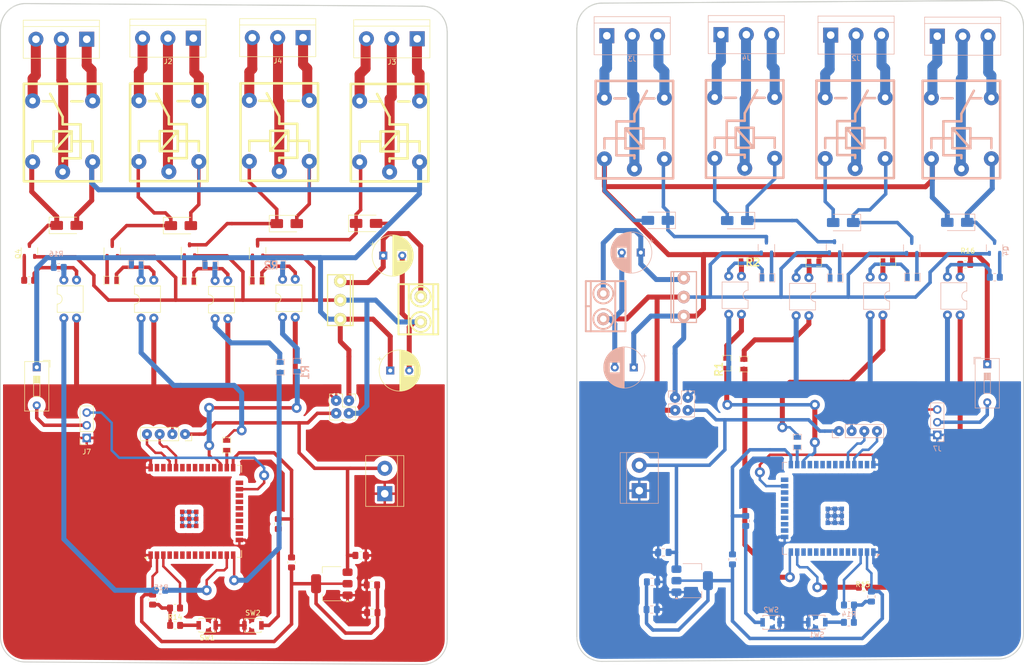
<source format=kicad_pcb>
(kicad_pcb (version 20241229) (generator "pcbnew") (generator_version "9.0")
  (layers (0 "F.Cu" signal) (2 "B.Cu" signal) (13 "F.Paste" user) (15 "B.Paste" user) (5 "F.SilkS" user "F.Silkscreen") (7 "B.SilkS" user "B.Silkscreen") (1 "F.Mask" user) (3 "B.Mask" user) (25 "Edge.Cuts" user))
  (net 0 "")
  (net 1 "Net-(D1-A)")
  (net 2 "Net-(D2-A)")
  (net 3 "Net-(D3-A)")
  (net 4 "Net-(R1-Pad2)")
  (net 5 "Net-(R2-Pad1)")
  (net 6 "Net-(R3-Pad1)")
  (net 7 "Net-(R4-Pad2)")
  (net 8 "Net-(R6-Pad1)")
  (net 9 "Net-(R5-Pad1)")
  (net 10 "Net-(R9-Pad1)")
  (net 11 "Net-(R8-Pad1)")
  (net 12 "Net-(R7-Pad2)")
  (net 13 "/R3")
  (net 14 "/R2")
  (net 15 "/R1")
  (net 16 "/NO1")
  (net 17 "Net-(Q1-B)")
  (net 18 "Net-(Q2-B)")
  (net 19 "Net-(Q3-B)")
  (net 20 "/NC1")
  (net 21 "/C1")
  (net 22 "/NC2")
  (net 23 "/NO2")
  (net 24 "/C2")
  (net 25 "/NC3")
  (net 26 "/C3")
  (net 27 "/NO3")
  (net 28 "/5V")
  (net 29 "/VIN")
  (net 30 "/3.3V")
  (net 31 "/RX")
  (net 32 "/TX")
  (net 33 "/SWITCH")
  (net 34 "Net-(R13-Pad2)")
  (net 35 "/FLASH")
  (net 38 "/EN")
  (net 43 "GND")
  (net 45 "Net-(D4-A)")
  (net 48 "/R4")
  (net 50 "/s")
  (net 64 "Net-(R14-Pad2)")
  (net 65 "/GNDE")
  (net 66 "/5VES")
  (net 69 "Net-(R15-Pad2)")
  (net 70 "Net-(R16-Pad1)")
  (net 71 "Net-(R17-Pad1)")
  (net 72 "Net-(Q4-B)")
  (net 73 "/NO4")
  (net 74 "/NC4")
  (net 75 "/C4")
  (net 76 "Net-(J7-Pin_2)")
  (footprint "Resistor_SMD:R_0805_2012Metric_Pad1.20x1.40mm_HandSolder" (layer "F.Cu") (at 103.0292 132.2362 -90)
    (property "Reference" "R13" (hide yes))
    (property "Value" "470" (hide yes))
  )
  (footprint "TerminalBlock:TerminalBlock_bornier-3_P5.08mm" (layer "F.Cu") (at 64.7 35.25 180)
    (property "Reference" "J5" (hide yes))
    (property "Value" "Screw_Terminal_01x03")
  )
  (footprint "EESTN5:R_0805" (layer "F.Cu") (at 69.71 83.51 180)
    (property "Reference" "R9" (hide yes))
    (property "Value" "R" (hide yes))
  )
  (footprint "Package_DIP:DIP-4_W7.62mm" (layer "F.Cu") (at 60.125 91.04 90)
    (property "Reference" "U6" (hide yes))
    (property "Value" "PC817" (hide yes))
  )
  (footprint "Package_DIP:DIP-4_W7.62mm" (layer "F.Cu") (at 103.885 90.89 90)
    (property "Reference" "U1" (hide yes))
    (property "Value" "PC817" (hide yes))
  )
  (footprint "EESTN5:R_0805" (layer "F.Cu") (at 196.1792 100.29 90)
    (property "Reference" "R4" (hide yes))
    (property "Value" "R" (hide yes))
  )
  (footprint "EESTN5:Relay_C" (layer "F.Cu") (at 59.88 53.67 180)
    (property "Reference" "K3" (hide yes))
    (property "Value" "RELAY_C" (hide yes))
  )
  (footprint "RF_Module:ESP32-WROOM-32E" (layer "F.Cu") (at 82.7492 129.7162 90)
    (property "Reference" "U4" (hide yes))
    (property "Value" "ESP32-WROOM-32E__4MB_" (hide yes))
  )
  (footprint "TerminalBlock:TerminalBlock_bornier-3_P5.08mm" (layer "F.Cu") (at 107.9892 34.9362 180)
    (property "Reference" "J4")
    (property "Value" "Screw_Terminal_01x03")
  )
  (footprint "EESTN5:R_0805" (layer "F.Cu") (at 92.7 116.5 90)
    (property "Reference" "R7" (hide yes))
    (property "Value" "1k" (hide yes))
  )
  (footprint "TerminalBlock:TerminalBlock_bornier-2_P5.08mm" (layer "F.Cu") (at 124.3292 126.1762 90)
    (property "Reference" "bornera2" (hide yes))
    (property "Value" "bornera" (hide yes))
  )
  (footprint "Capacitor_THT:CP_Radial_D8.0mm_P3.80mm" (layer "F.Cu") (at 125.4292 101.5362)
    (property "Reference" "C6" (hide yes))
    (property "Value" "100uf" (hide yes))
  )
  (footprint "Capacitor_THT:CP_Radial_D8.0mm_P3.80mm" (layer "F.Cu") (at 124.026549 78.5362)
    (property "Reference" "C5" (hide yes))
    (property "Value" "100uf" (hide yes))
  )
  (footprint "EESTN5:BORNERA2_AZUL" (layer "F.Cu") (at 131.5292 89.2762 90)
    (property "Reference" "bornera1" (hide yes))
    (property "Value" "bornera" (hide yes))
  )
  (footprint "Button_Switch_THT:SW_DIP_SPSTx01_Slide_9.78x4.72mm_W7.62mm_P2.54mm" (layer "F.Cu") (at 54.7 100.88 -90)
    (property "Reference" "SW3" (hide yes))
    (property "Value" "SW_SPST")
  )
  (footprint "Diode_SMD:D_SMA" (layer "F.Cu") (at 104.7292 72.1362)
    (property "Reference" "D2" (hide yes))
    (property "Value" "DIODE" (hide yes))
  )
  (footprint "Resistor_SMD:R_0805_2012Metric_Pad1.20x1.40mm_HandSolder" (layer "F.Cu") (at 105.6792 139.9262 90)
    (property "Reference" "R11" (hide yes))
    (property "Value" "10K" (hide yes))
  )
  (footprint "Diode_SMD:D_SMA" (layer "F.Cu") (at 120.6 72.1)
    (property "Reference" "D1" (hide yes))
    (property "Value" "DIODE" (hide yes))
  )
  (footprint "Button_Switch_SMD:SW_SPST_B3U-1000P-B" (layer "F.Cu") (at 97.9492 152.5262)
    (property "Reference" "SW2")
    (property "Value" "SW_Push")
  )
  (footprint "MMBT3904-Diotec-Semiconductor-Symbol-Kicad-1:P200_SOT-23" (layer "F.Cu") (at 84.23 78.58 90)
    (property "Reference" "Q2" (hide yes))
    (property "Value" "2N3904" (hide yes))
  )
  (footprint "MMBT3904-Diotec-Semiconductor-Symbol-Kicad-1:P200_SOT-23" (layer "F.Cu") (at 52.21 78.7 90)
    (property "Reference" "Q4")
    (property "Value" "2N3904" (hide yes))
  )
  (footprint "EESTN5:R_0805" (layer "F.Cu") (at 224.9792 79.79)
    (property "Reference" "R8" (hide yes))
    (property "Value" "R" (hide yes))
  )
  (footprint "EESTN5:Relay_C" (layer "F.Cu") (at 125.3 53.7 180)
    (property "Reference" "K1" (hide yes))
    (property "Value" "RELAY_C" (hide yes))
  )
  (footprint "EESTN5:R_0805" (layer "F.Cu") (at 210.1792 79.89 180)
    (property "Reference" "R5" (hide yes))
    (property "Value" "R" (hide yes))
  )
  (footprint "Resistor_SMD:R_0805_2012Metric_Pad1.20x1.40mm_HandSolder" (layer "F.Cu") (at 53.19 83.48 180)
    (property "Reference" "R17" (hide yes))
    (property "Value" "R" (hide yes))
  )
  (footprint "Capacitor_SMD:C_0805_2012Metric_Pad1.18x1.45mm_HandSolder" (layer "F.Cu") (at 119.4992 138.5262)
    (property "Reference" "C2" (hide yes))
    (property "Value" "10 uF" (hide yes))
  )
  (footprint "Package_DIP:DIP-4_W7.62mm" (layer "F.Cu") (at 75.585 91.06 90)
    (property "Reference" "U3" (hide yes))
    (property "Value" "PC817" (hide yes))
  )
  (footprint "MMBT3904-Diotec-Semiconductor-Symbol-Kicad-1:P200_SOT-23" (layer "F.Cu") (at 97.86 78.64 90)
    (property "Reference" "Q3" (hide yes))
    (property "Value" "2N3904" (hide yes))
  )
  (footprint "EESTN5:R_0805" (layer "F.Cu") (at 192.7792 100.09 90)
    (property "Reference" "R1")
    (property "Value" "R" (hide yes))
  )
  (footprint "Resistor_SMD:R_0805_2012Metric_Pad1.20x1.40mm_HandSolder" (layer "F.Cu") (at 220.1792 144.89)
    (property "Reference" "R15")
    (property "Value" "R")
  )
  (footprint "Resistor_SMD:R_0805_2012Metric_Pad1.20x1.40mm_HandSolder" (layer "F.Cu") (at 240.4792 80.29)
    (property "Reference" "R16")
    (property "Value" "R")
  )
  (footprint "Diode_SMD:D_SMA" (layer "F.Cu") (at 60.7 72.5)
    (property "Reference" "D4" (hide yes))
    (property "Value" "DIODE" (hide yes))
  )
  (footprint "EESTN5:Relay_C" (layer "F.Cu") (at 81.1292 53.6362 180)
    (property "Reference" "K3" (hide yes))
    (property "Value" "RELAY_C" (hide yes))
  )
  (footprint "TerminalBlock:TerminalBlock_bornier-3_P5.08mm" (layer "F.Cu") (at 86.0292 35.0362 180)
    (property "Reference" "J2")
    (property "Value" "Screw_Terminal_01x03")
  )
  (footprint "MMBT3904-Diotec-Semiconductor-Symbol-Kicad-1:P200_SOT-23" (layer "F.Cu") (at 68.78 78.71 90)
    (property "Reference" "Q1" (hide yes))
    (property "Value" "2N3904" (hide yes))
  )
  (footprint "Capacitor_SMD:C_0805_2012Metric_Pad1.18x1.45mm_HandSolder" (layer "F.Cu") (at 121.8392 149.9637)
    (property "Reference" "C3" (hide yes))
    (property "Value" "100 nF")
  )
  (footprint "Resistor_SMD:R_0805_2012Metric_Pad1.20x1.40mm_HandSolder" (layer "F.Cu") (at 82.3892 152.5262)
    (property "Reference" "R14")
    (property "Value" "470")
  )
  (footprint "EESTN5:TO-220-2" (layer "F.Cu") (at 115.4292 87.4462 -90)
    (property "Reference" "5v1" (hide yes))
    (property "Value" "LM7805_TO220" (hide yes))
  )
  (footprint "Connector_PinHeader_2.54mm:PinHeader_2x02_P2.54mm_Vertical" (layer "F.Cu") (at 117.1542 107.553 -90)
    (property "Reference" "J1" (hide yes))
    (property "Value" "Conn_02x02_Counter_Clockwise" (hide yes))
  )
  (footprint "Resistor_SMD:R_0805_2012Metric_Pad1.20x1.40mm_HandSolder" (layer "F.Cu") (at 82.3692 149.0562)
    (property "Reference" "R12" (hide yes))
    (property "Value" "10K")
  )
  (footprint "EESTN5:R_0805" (layer "F.Cu") (at 98.8 83.6 180)
    (property "Reference" "R3" (hide yes))
    (property "Value" "R" (hide yes))
  )
  (footprint "EESTN5:R_0805" (layer "F.Cu") (at 85.17 83.66 180)
    (property "Reference" "R6" (hide yes))
    (property "Value" "R" (hide yes))
  )
  (footprint "Button_Switch_SMD:SW_SPST_B3U-1000P-B" (layer "F.Cu") (at 88.8092 152.4962 180)
    (property "Reference" "SW1")
    (property "Value" "SW_Push")
  )
  (footprint "Capacitor_SMD:C_0805_2012Metric_Pad1.18x1.45mm_HandSolder" (layer "F.Cu") (at 121.7667 144.4337 180)
    (property "Reference" "C4" (hide yes))
    (property "Value" "10 uF" (hide yes))
  )
  (footprint "Connector_PinSocket_2.54mm:PinSocket_1x04_P2.54mm_Vertical" (layer "F.Cu") (at 84.3792 114.2562 -90)
    (property "Reference" "J6" (hide yes))
    (property "Value" "Conn_01x04_Pin" (hide yes))
  )
  (footprint "Diode_SMD:D_SMA" (layer "F.Cu") (at 83.5292 72.5362)
    (property "Reference" "D3" (hide yes))
    (property "Value" "DIODE" (hide yes))
  )
  (footprint "Package_DIP:DIP-4_W7.62mm" (layer "F.Cu") (at 90.395 91.17 90)
    (property "Reference" "U2" (hide yes))
    (property "Value" "PC817" (hide yes))
  )
  (footprint "Package_TO_SOT_SMD:SOT-223-3_TabPin2" (layer "F.Cu") (at 113.7392 144.1862 180)
    (property "Reference" "U5" (hide yes))
    (property "Value" "NCP1117-1.5_SOT223" (hide yes))
  )
  (footprint "EESTN5:R_0805" (layer "F.Cu") (at 196.5792 79.79)
    (property "Reference" "R2")
    (property "Value" "R" (hide yes))
  )
  (footprint "EESTN5:Relay_C" (layer "F.Cu") (at 103.2292 53.5762 180)
    (property "Reference" "K2" (hide yes))
    (property "Value" "RELAY_C" (hide yes))
  )
  (footprint "Connector_PinSocket_2.54mm:PinSocket_1x03_P2.54mm_Vertical" (layer "F.Cu") (at 64.7 115.025 180)
    (property "Reference" "J7")
    (property "Value" "Screw_Terminal_01x03")
  )
  (footprint "Resistor_SMD:R_0805_2012Metric_Pad1.20x1.40mm_HandSolder" (layer "F.Cu") (at 77.8792 147.3662 -90)
    (property "Reference" "R10" (hide yes))
    (property "Value" "10K" (hide yes))
  )
  (footprint "TerminalBlock:TerminalBlock_bornier-3_P5.08mm" (layer "F.Cu") (at 130.82 35.16 180)
    (property "Reference" "J3")
    (property "Value" "Screw_Terminal_01x03")
  )
  (footprint "EESTN5:R_0805" (layer "B.Cu") (at 106.8 100.7 90)
    (property "Reference" "R1")
    (property "Value" "R" (hide yes))
  )
  (footprint "Package_DIP:DIP-4_W7.62mm" (layer "B.Cu") (at 223.9942 90.45 90)
    (property "Reference" "U3" (hide yes))
    (property "Value" "PC817" (hide yes))
  )
  (footprint "RF_Module:ESP32-WROOM-32E" (layer "B.Cu") (at 216.83 129.1062 90)
    (property "Reference" "U4" (hide yes))
    (property "Value" "ESP32-WROOM-32E__4MB_" (hide yes))
  )
  (footprint "EESTN5:R_0805" (layer "B.Cu") (at 206.8792 115.89 90)
    (property "Reference" "R7" (hide yes))
    (property "Value" "1k" (hide yes))
  )
  (footprint "Capacitor_THT:CP_Radial_D8.0mm_P3.80mm" (layer "B.Cu") (at 174.15 100.9262 180)
    (property "Reference" "C6" (hide yes))
    (property "Value" "100uf" (hide yes))
  )
  (footprint "Resistor_SMD:R_0805_2012Metric_Pad1.20x1.40mm_HandSolder" (layer "B.Cu") (at 217.21 148.4462 180)
    (property "Reference" "R12" (hide yes))
    (property "Value" "10K")
  )
  (footprint "Resistor_SMD:R_0805_2012Metric_Pad1.20x1.40mm_HandSolder" (layer "B.Cu") (at 59.1 80.9 180)
    (property "Reference" "R16")
    (property "Value" "R")
  )
  (footprint "EESTN5:R_0805" (layer "B.Cu") (at 89.4 80.5)
    (property "Reference" "R5" (hide yes))
    (property "Value" "R" (hide yes))
  )
  (footprint "Diode_SMD:D_SMA" (layer "B.Cu") (at 216.05 71.9262 180)
    (property "Reference" "D3" (hide yes))
    (property "Value" "DIODE" (hide yes))
  )
  (footprint "EESTN5:BORNERA2_AZUL" (layer "B.Cu") (at 168.05 88.6662 90)
    (property "Reference" "bornera1" (hide yes))
    (property "Value" "bornera" (hide yes))
  )
  (footprint "EESTN5:R_0805" (layer "B.Cu") (at 74.6 80.4 180)
    (property "Reference" "R8" (hide yes))
    (property "Value" "R" (hide yes))
  )
  (footprint "TerminalBlock:TerminalBlock_bornier-3_P5.08mm" (layer "B.Cu") (at 191.59 34.3262)
    (property "Reference" "J4")
    (property "Value" "Screw_Terminal_01x03")
  )
  (footprint "MMBT3904-Diotec-Semiconductor-Symbol-Kicad-1:P200_SOT-23" (layer "B.Cu") (at 215.3492 77.97 90)
    (property "Reference" "Q2" (hide yes))
    (property "Value" "2N3904" (hide yes))
  )
  (footprint "TerminalBlock:TerminalBlock_bornier-3_P5.08mm" (layer "B.Cu") (at 234.8792 34.64)
    (property "Reference" "J5" (hide yes))
    (property "Value" "Screw_Terminal_01x03")
  )
  (footprint "EESTN5:Relay_C" (layer "B.Cu") (at 196.35 52.9662)
    (property "Reference" "K2" (hide yes))
    (property "Value" "RELAY_C" (hide yes))
  )
  (footprint "Resistor_SMD:R_0805_2012Metric_Pad1.20x1.40mm_HandSolder" (layer "B.Cu") (at 193.9 139.3162 90)
    (property "Reference" "R11" (hide yes))
    (property "Value" "10K" (hide yes))
  )
  (footprint "EESTN5:R_0805" (layer "B.Cu") (at 229.8692 82.9)
    (property "Reference" "R9" (hide yes))
    (property "Value" "R" (hide yes))
  )
  (footprint "Resistor_SMD:R_0805_2012Metric_Pad1.20x1.40mm_HandSolder" (layer "B.Cu") (at 221.7 146.7562 -90)
    (property "Reference" "R10" (hide yes))
    (property "Value" "10K" (hide yes))
  )
  (footprint "Diode_SMD:D_SMA" (layer "B.Cu") (at 194.85 71.5262 180)
    (property "Reference" "D2" (hide yes))
    (property "Value" "DIODE" (hide yes))
  )
  (footprint "Button_Switch_THT:SW_DIP_SPSTx01_Slide_9.78x4.72mm_W7.62mm_P2.54mm" (layer "B.Cu") (at 244.8792 100.27 -90)
    (property "Reference" "SW3" (hide yes))
    (property "Value" "SW_SPST")
  )
  (footprint "Package_TO_SOT_SMD:SOT-223-3_TabPin2" (layer "B.Cu") (at 185.84 143.5762)
    (property "Reference" "U5" (hide yes))
    (property "Value" "NCP1117-1.5_SOT223" (hide yes))
  )
  (footprint "TerminalBlock:TerminalBlock_bornier-3_P5.08mm" (layer "B.Cu") (at 168.7592 34.55)
    (property "Reference" "J3")
    (property "Value" "Screw_Terminal_01x03")
  )
  (footprint "MMBT3904-Diotec-Semiconductor-Symbol-Kicad-1:P200_SOT-23" (layer "B.Cu") (at 201.7192 78.03 90)
    (property "Reference" "Q3" (hide yes))
    (property "Value" "2N3904" (hide yes))
  )
  (footprint "Connector_PinSocket_2.54mm:PinSocket_1x03_P2.54mm_Vertical" (layer "B.Cu") (at 234.8792 114.415)
    (property "Reference" "J7")
    (property "Value" "Screw_Terminal_01x03")
  )
  (footprint "Button_Switch_SMD:SW_SPST_B3U-1000P-B" (layer "B.Cu") (at 210.77 151.8862)
    (property "Reference" "SW1")
    (property "Value" "SW_Push")
  )
  (footprint "Capacitor_SMD:C_0805_2012Metric_Pad1.18x1.45mm_HandSolder" (layer "B.Cu") (at 180.08 137.9162 180)
    (property "Reference" "C2" (hide yes))
    (property "Value" "10 uF" (hide yes))
  )
  (footprint "MMBT3904-Diotec-Semiconductor-Symbol-Kicad-1:P200_SOT-23" (layer "B.Cu") (at 247.3692 78.09 90)
    (property "Reference" "Q4")
    (property "Value" "2N3904" (hide yes))
  )
  (footprint "TerminalBlock:TerminalBlock_bornier-3_P5.08mm" (layer "B.Cu") (at 213.55 34.4262)
    (property "Reference" "J2")
    (property "Value" "Screw_Terminal_01x03")
  )
  (footprint "Resistor_SMD:R_0805_2012Metric_Pad1.20x1.40mm_HandSolder" (layer "B.Cu") (at 196.55 131.6262 -90)
    (property "Reference" "R13" (hide yes))
    (property "Value" "470" (hide yes))
  )
  (footprint "EESTN5:TO-220-2" (layer "B.Cu") (at 184.15 86.8362 -90)
    (property "Reference" "5v1" (hide yes))
    (property "Value" "LM7805_TO220" (hide yes))
  )
  (footprint "EESTN5:Relay_C" (layer "B.Cu") (at 239.6992 53.06)
    (property "Reference" "K3" (hide yes))
    (property "Value" "RELAY_C" (hide yes))
  )
  (footprint "Resistor_SMD:R_0805_2012Metric_Pad1.20x1.40mm_HandSolder" (layer "B.Cu") (at 246.3892 82.87)
    (property "Reference" "R17" (hide yes))
    (property "Value" "R" (hide yes))
  )
  (footprint "TerminalBlock:TerminalBlock_bornier-2_P5.08mm" (layer "B.Cu") (at 175.25 125.5662 90)
    (property "Reference" "bornera2" (hide yes))
    (property "Value" "bornera" (hide yes))
  )
  (footprint "Button_Switch_SMD:SW_SPST_B3U-1000P-B" (layer "B.Cu") (at 201.63 151.9162 180)
    (property "Reference" "SW2")
    (property "Value" "SW_Push")
  )
  (footprint "Diode_SMD:D_SMA" (layer "B.Cu") (at 238.8792 71.89 180)
    (property "Reference" "D4" (hide yes))
    (property "Value" "DIODE" (hide yes))
  )
  (footprint "EESTN5:Relay_C" (layer "B.Cu") (at 174.2792 53.09)
    (property "Reference" "K1" (hide yes))
    (property "Value" "RELAY_C" (hide yes))
  )
  (footprint "Package_DIP:DIP-4_W7.62mm" (layer "B.Cu") (at 239.4542 90.43 90)
    (property "Reference" "U6" (hide yes))
    (property "Value" "PC817" (hide yes))
  )
  (footprint "EESTN5:R_0805" (layer "B.Cu") (at 103.4 100.9 90)
    (property "Reference" "R4" (hide yes))
    (property "Value" "R" (hide yes))
  )
  (footprint "EESTN5:R_0805" (layer "B.Cu") (at 214.4092 83.05)
    (property "Reference" "R6" (hide yes))
    (property "Value" "R" (hide yes))
  )
  (footprint "Connector_PinSocket_2.54mm:PinSocket_1x04_P2.54mm_Vertical" (layer "B.Cu") (at 215.2 113.6462 -90)
    (property "Reference" "J6" (hide yes))
    (property "Value" "Conn_01x04_Pin" (hide yes))
  )
  (footprint "MMBT3904-Diotec-Semiconductor-Symbol-Kicad-1:P200_SOT-23" (layer "B.Cu") (at 230.7992 78.1 90)
    (property "Reference" "Q1" (hide yes))
    (property "Value" "2N3904" (hide yes))
  )
  (footprint "Package_DIP:DIP-4_W7.62mm" (layer "B.Cu") (at 209.1842 90.56 90)
    (property "Reference" "U2" (hide yes))
    (property "Value" "PC817" (hide yes))
  )
  (footprint "EESTN5:Relay_C" (layer "B.Cu") (at 218.45 53.0262)
    (property "Reference" "K3" (hide yes))
    (property "Value" "RELAY_C" (hide yes))
  )
  (footprint "EESTN5:R_0805" (layer "B.Cu") (at 103 80.4 180)
    (property "Reference" "R2")
    (property "Value" "R" (hide yes))
  )
  (footprint "Resistor_SMD:R_0805_2012Metric_Pad1.20x1.40mm_HandSolder" (layer "B.Cu") (at 217.19 151.9162 180)
    (property "Reference" "R14")
    (property "Value" "470")
  )
  (footprint "Capacitor_SMD:C_0805_2012Metric_Pad1.18x1.45mm_HandSolder" (layer "B.Cu") (at 177.74 149.3537 180)
    (property "Reference" "C3" (hide yes))
    (property "Value" "100 nF")
  )
  (footprint "Capacitor_THT:CP_Radial_D8.0mm_P3.80mm" (layer "B.Cu") (at 175.552651 77.9262 180)
    (property "Reference" "C5" (hide yes))
    (property "Value" "100uf" (hide yes))
  )
  (footprint "Package_DIP:DIP-4_W7.62mm" (layer "B.Cu") (at 195.6942 90.28 90)
    (property "Reference" "U1" (hide yes))
    (property "Value" "PC817" (hide yes))
  )
  (footprint "Connector_PinHeader_2.54mm:PinHeader_2x02_P2.54mm_Vertical" (layer "B.Cu") (at 182.425 106.943 -90)
    (property "Reference" "J1" (hide yes))
    (property "Value" "Conn_02x02_Counter_Clockwise" (hide yes))
  )
  (footprint "Diode_SMD:D_SMA" (layer "B.Cu") (at 178.9792 71.49 180)
    (property "Reference" "D1" (hide yes))
    (property "Value" "DIODE" (hide yes))
  )
  (footprint "EESTN5:R_0805" (layer "B.Cu") (at 200.7792 82.99)
    (property "Reference" "R3" (hide yes))
    (property "Value" "R" (hide yes))
  )
  (footprint "Capacitor_SMD:C_0805_2012Metric_Pad1.18x1.45mm_HandSolder" (layer "B.Cu") (at 177.8125 143.8237)
    (property "Reference" "C4" (hide yes))
    (property "Value" "10 uF" (hide yes))
  )
  (footprint "Resistor_SMD:R_0805_2012Metric_Pad1.20x1.40mm_HandSolder" (layer "B.Cu") (at 79.4 145.5 180)
    (property "Reference" "R15")
    (property "Value" "R")
  )
  (gr_line (start 252.1292 32.54) (end 252.1292 154.24) (stroke (width 0.2)) (layer "Edge.Cuts"))
  (gr_line (start 162.75 154.7262) (end 162.75 33.0262) (stroke (width 0.2)) (layer "Edge.Cuts"))
  (gr_line (start 47.45 154.85) (end 47.45 33.15) (stroke (width 0.2)) (layer "Edge.Cuts"))
  (gr_line (start 167.75 159.7262) (end 247.1292 159.24) (stroke (width 0.2)) (layer "Edge.Cuts"))
  (gr_line (start 136.8292 155.3362) (end 136.8292 33.6362) (stroke (width 0.2)) (layer "Edge.Cuts"))
  (gr_arc (start 247.1192 27.5) (mid 250.654734 28.964466) (end 252.1192 32.5) (stroke (width 0.2)) (layer "Edge.Cuts"))
  (gr_arc (start 247.1192 27.5) (mid 250.654734 28.964466) (end 252.1192 32.5) (stroke (width 0.2)) (layer "Edge.Cuts"))
  (gr_arc (start 47.46 33.11) (mid 48.924466 29.574466) (end 52.46 28.11) (stroke (width 0.2)) (layer "Edge.Cuts"))
  (gr_line (start 252.1292 154.24) (end 252.1292 32.54) (stroke (width 0.2)) (layer "Edge.Cuts"))
  (gr_line (start 47.45 33.15) (end 47.45 154.85) (stroke (width 0.2)) (layer "Edge.Cuts"))
  (gr_line (start 52.46 28.11) (end 131.8292 28.6362) (stroke (width 0.2)) (layer "Edge.Cuts"))
  (gr_line (start 136.8292 33.6362) (end 136.8292 155.3362) (stroke (width 0.2)) (layer "Edge.Cuts"))
  (gr_arc (start 136.8292 155.3362) (mid 135.364734 158.871734) (end 131.8292 160.3362) (stroke (width 0.2)) (layer "Edge.Cuts"))
  (gr_arc (start 131.8 28.635534) (mid 135.335522 30.100002) (end 136.8 33.635534) (stroke (width 0.2)) (layer "Edge.Cuts"))
  (gr_arc (start 162.7792 33.025534) (mid 164.243689 29.490043) (end 167.7792 28.025534) (stroke (width 0.2)) (layer "Edge.Cuts"))
  (gr_line (start 131.8292 160.3362) (end 52.45 159.85) (stroke (width 0.2)) (layer "Edge.Cuts"))
  (gr_arc (start 252.1292 154.24) (mid 250.664734 157.775534) (end 247.1292 159.24) (stroke (width 0.2)) (layer "Edge.Cuts"))
  (gr_line (start 131.8292 28.6362) (end 52.46 28.11) (stroke (width 0.2)) (layer "Edge.Cuts"))
  (gr_line (start 162.75 33.0262) (end 162.75 154.7262) (stroke (width 0.2)) (layer "Edge.Cuts"))
  (gr_arc (start 167.75 159.7262) (mid 164.214466 158.261734) (end 162.75 154.7262) (stroke (width 0.2)) (layer "Edge.Cuts"))
  (gr_arc (start 162.7792 33.025534) (mid 164.243689 29.490043) (end 167.7792 28.025534) (stroke (width 0.2)) (layer "Edge.Cuts"))
  (gr_arc (start 52.45 159.85) (mid 48.914466 158.385534) (end 47.45 154.85) (stroke (width 0.2)) (layer "Edge.Cuts"))
  (gr_arc (start 47.46 33.11) (mid 48.924466 29.574466) (end 52.46 28.11) (stroke (width 0.2)) (layer "Edge.Cuts"))
  (gr_line (start 167.75 28.0262) (end 247.1192 27.5) (stroke (width 0.2)) (layer "Edge.Cuts"))
  (gr_arc (start 131.8 28.635534) (mid 135.335522 30.100002) (end 136.8 33.635534) (stroke (width 0.2)) (layer "Edge.Cuts"))
  (gr_line (start 247.1192 27.5) (end 167.75 28.0262) (stroke (width 0.2)) (layer "Edge.Cuts"))
  (segment (start 118.6 72.1) (end 118.6 70.307) (width 0.7) (layer "F.Cu") (net 1))
  (segment (start 118.6 70.307) (end 119.5 69.407) (width 0.7) (layer "F.Cu") (net 1))
  (segment (start 119.3 59.8) (end 119.5 60) (width 0.5) (layer "F.Cu") (net 1))
  (segment (start 98.89 76.44) (end 98.89 75.34) (width 0.7) (layer "F.Cu") (net 1))
  (segment (start 119.5 60) (end 119.5 69.407) (width 0.7) (layer "F.Cu") (net 1))
  (segment (start 98.89 75.34) (end 117.3 75.34) (width 0.7) (layer "F.Cu") (net 1))
  (segment (start 118.6 74.04) (end 118.6 72.1) (width 0.7) (layer "F.Cu") (net 1))
  (segment (start 117.3 75.34) (end 118.6 74.04) (width 0.7) (layer "F.Cu") (net 1))
  (segment (start 200.6892 75.83) (end 200.6892 74.73) (width 0.7) (layer "B.Cu") (net 1))
  (segment (start 180.9792 69.697) (end 180.0792 68.797) (width 0.7) (layer "B.Cu") (net 1))
  (segment (start 200.6892 74.73) (end 182.2792 74.73) (width 0.7) (layer "B.Cu") (net 1))
  (segment (start 180.9792 73.43) (end 180.9792 71.49) (width 0.7) (layer "B.Cu") (net 1))
  (segment (start 180.0792 59.39) (end 180.0792 68.797) (width 0.7) (layer "B.Cu") (net 1))
  (segment (start 182.2792 74.73) (end 180.9792 73.43) (width 0.7) (layer "B.Cu") (net 1))
  (segment (start 180.9792 71.49) (end 180.9792 69.697) (width 0.7) (layer "B.Cu") (net 1))
  (segment (start 180.2792 59.19) (end 180.0792 59.39) (width 0.5) (layer "B.Cu") (net 1))
  (segment (start 88.57 76.38) (end 92.8138 72.1362) (width 0.7) (layer "F.Cu") (net 2))
  (segment (start 102.7292 69.2792) (end 97.2292 63.7792) (width 0.7) (layer "F.Cu") (net 2))
  (segment (start 93.74 72.1362) (end 102.7292 72.1362) (width 0.7) (layer "F.Cu") (net 2))
  (segment (start 85.26 76.38) (end 88.57 76.38) (width 0.7) (layer "F.Cu") (net 2))
  (segment (start 97.2292 63.7792) (end 97.2292 59.6762) (width 0.7) (layer "F.Cu") (net 2))
  (segment (start 102.7292 72.1362) (end 102.7292 69.2792) (width 0.7) (layer "F.Cu") (net 2))
  (segment (start 92.8138 72.1362) (end 93.74 72.1362) (width 0.7) (layer "F.Cu") (net 2))
  (segment (start 211.0092 75.77) (end 206.7654 71.5262) (width 0.7) (layer "B.Cu") (net 2))
  (segment (start 206.7654 71.5262) (end 205.8392 71.5262) (width 0.7) (layer "B.Cu") (net 2))
  (segment (start 214.3192 75.77) (end 211.0092 75.77) (width 0.7) (layer "B.Cu") (net 2))
  (segment (start 205.8392 71.5262) (end 196.85 71.5262) (width 0.7) (layer "B.Cu") (net 2))
  (segment (start 202.35 63.1692) (end 202.35 59.0662) (width 0.7) (layer "B.Cu") (net 2))
  (segment (start 196.85 68.6692) (end 202.35 63.1692) (width 0.7) (layer "B.Cu") (net 2))
  (segment (start 196.85 71.5262) (end 196.85 68.6692) (width 0.7) (layer "B.Cu") (net 2))
  (segment (start 80.45 70) (end 81.5292 71.0792) (width 0.7) (layer "F.Cu") (net 3))
  (segment (start 81.5292 71.0792) (end 81.5292 72.5362) (width 0.7) (layer "F.Cu") (net 3))
  (segment (start 75.0192 59.8462) (end 75.1292 59.7362) (width 1) (layer "F.Cu") (net 3))
  (segment (start 69.81 75.41) (end 72.6838 72.5362) (width 0.7) (layer "F.Cu") (net 3))
  (segment (start 72.6838 72.5362) (end 81.5292 72.5362) (width 0.7) (layer "F.Cu") (net 3))
  (segment (start 75.0192 66.8192) (end 78.2 70) (width 0.7) (layer "F.Cu") (net 3))
  (segment (start 69.81 76.51) (end 69.81 75.41) (width 0.7) (layer "F.Cu") (net 3))
  (segment (start 75.0192 59.8462) (end 75.0192 66.8192) (width 0.7) (layer "F.Cu") (net 3))
  (segment (start 78.2 70) (end 80.45 70) (width 0.7) (layer "F.Cu") (net 3))
  (segment (start 224.56 59.2362) (end 224.56 66.2092) (width 0.7) (layer "B.Cu") (net 3))
  (segment (start 229.7692 74.8) (end 226.8954 71.9262) (width 0.7) (layer "B.Cu") (net 3))
  (segment (start 221.3792 69.39) (end 219.1292 69.39) (width 0.7) (layer "B.Cu") (net 3))
  (segment (start 219.1292 69.39) (end 218.05 70.4692) (width 0.7) (layer "B.Cu") (net 3))
  (segment (start 229.7692 75.9) (end 229.7692 74.8) (width 0.7) (layer "B.Cu") (net 3))
  (segment (start 226.8954 71.9262) (end 218.05 71.9262) (width 0.7) (layer "B.Cu") (net 3))
  (segment (start 224.56 66.2092) (end 221.3792 69.39) (width 0.7) (layer "B.Cu") (net 3))
  (segment (start 224.56 59.2362) (end 224.45 59.1262) (width 1) (layer "B.Cu") (net 3))
  (segment (start 218.05 70.4692) (end 218.05 71.9262) (width 0.7) (layer "B.Cu") (net 3))
  (segment (start 195.6942 93.605) (end 192.75 96.5492) (width 1) (layer "F.Cu") (net 4))
  (segment (start 192.75 96.5492) (end 192.75 98.9262) (width 1) (layer "F.Cu") (net 4))
  (segment (start 195.6942 90.28) (end 195.6942 93.605) (width 1) (layer "F.Cu") (net 4))
  (segment (start 106.8292 97.1592) (end 106.8292 99.5362) (width 1) (layer "B.Cu") (net 4))
  (segment (start 103.885 94.215) (end 106.8292 97.1592) (width 1) (layer "B.Cu") (net 4))
  (segment (start 103.885 90.89) (end 103.885 94.215) (width 1) (layer "B.Cu") (net 4))
  (segment (start 195.6942 82.66) (end 195.6942 79.89075) (width 1) (layer "F.Cu") (net 5))
  (segment (start 103.885 83.27) (end 103.885 80.50075) (width 1) (layer "B.Cu") (net 5))
  (segment (start 106.425 83.27) (end 106.425 81.895) (width 0.7) (layer "F.Cu") (net 6))
  (segment (start 105.2 80.67) (end 101.01 80.67) (width 0.7) (layer "F.Cu") (net 6))
  (segment (start 106.425 81.895) (end 105.2 80.67) (width 0.7) (layer "F.Cu") (net 6))
  (segment (start 101.01 80.67) (end 99.7525 81.9275) (width 0.7) (layer "F.Cu") (net 6))
  (segment (start 99.7525 81.9275) (end 99.7525 83.6) (width 0.7) (layer "F.Cu") (net 6))
  (segment (start 193.1542 81.285) (end 194.3792 80.06) (width 0.7) (layer "B.Cu") (net 6))
  (segment (start 199.8267 81.3175) (end 199.8267 82.99) (width 0.7) (layer "B.Cu") (net 6))
  (segment (start 193.1542 82.66) (end 193.1542 81.285) (width 0.7) (layer "B.Cu") (net 6))
  (segment (start 194.3792 80.06) (end 198.5692 80.06) (width 0.7) (layer "B.Cu") (net 6))
  (segment (start 198.5692 80.06) (end 199.8267 81.3175) (width 0.7) (layer "B.Cu") (net 6))
  (segment (start 196.25 99.3262) (end 196.25 97.5192) (width 1) (layer "F.Cu") (net 7))
  (segment (start 209.1842 92.235) (end 209.1842 90.56) (width 1) (layer "F.Cu") (net 7))
  (segment (start 206.0292 95.39) (end 209.1842 92.235) (width 1) (layer "F.Cu") (net 7))
  (segment (start 198.3792 95.39) (end 206.0292 95.39) (width 1) (layer "F.Cu") (net 7))
  (segment (start 196.25 97.5192) (end 198.3792 95.39) (width 1) (layer "F.Cu") (net 7))
  (segment (start 90.395 92.845) (end 90.395 91.17) (width 1) (layer "B.Cu") (net 7))
  (segment (start 93.55 96) (end 90.395 92.845) (width 1) (layer "B.Cu") (net 7))
  (segment (start 103.3292 99.9362) (end 103.3292 98.1292) (width 1) (layer "B.Cu") (net 7))
  (segment (start 101.2 96) (end 93.55 96) (width 1) (layer "B.Cu") (net 7))
  (segment (start 103.3292 98.1292) (end 101.2 96) (width 1) (layer "B.Cu") (net 7))
  (segment (start 91.82 81.16) (end 86.89 81.16) (width 0.7) (layer "F.Cu") (net 8))
  (segment (start 86.1225 81.9275) (end 86.1225 83.66) (width 0.6) (layer "F.Cu") (net 8))
  (segment (start 86.89 81.16) (end 86.1225 81.9275) (width 0.7) (layer "F.Cu") (net 8))
  (segment (start 92.935 83.55) (end 92.935 82.275) (width 0.7) (layer "F.Cu") (net 8))
  (segment (start 92.935 82.275) (end 91.82 81.16) (width 0.7) (layer "F.Cu") (net 8))
  (segment (start 212.6892 80.55) (end 213.4567 81.3175) (width 0.7) (layer "B.Cu") (net 8))
  (segment (start 207.7592 80.55) (end 212.6892 80.55) (width 0.7) (layer "B.Cu") (net 8))
  (segment (start 206.6442 82.94) (end 206.6442 81.665) (width 0.7) (layer "B.Cu") (net 8))
  (segment (start 213.4567 81.3175) (end 213.4567 83.05) (width 0.6) (layer "B.Cu") (net 8))
  (segment (start 206.6442 81.665) (end 207.7592 80.55) (width 0.7) (layer "B.Cu") (net 8))
  (segment (start 209.2467 82.8838) (end 209.2467 80.2075) (width 1) (layer "F.Cu") (net 9))
  (segment (start 90.3325 83.4938) (end 90.3325 80.8175) (width 1) (layer "B.Cu") (net 9))
  (segment (start 72 80.87) (end 70.6625 82.2075) (width 0.7) (layer "F.Cu") (net 10))
  (segment (start 78.125 81.845) (end 77.15 80.87) (width 0.7) (layer "F.Cu") (net 10))
  (segment (start 70.6625 82.2075) (end 70.6625 83.51) (width 0.7) (layer "F.Cu") (net 10))
  (segment (start 77.15 80.87) (end 72 80.87) (width 0.7) (layer "F.Cu") (net 10))
  (segment (start 78.125 83.44) (end 78.125 81.845) (width 0.7) (layer "F.Cu") (net 10))
  (segment (start 222.4292 80.26) (end 227.5792 80.26) (width 0.7) (layer "B.Cu") (net 10))
  (segment (start 221.4542 81.235) (end 222.4292 80.26) (width 0.7) (layer "B.Cu") (net 10))
  (segment (start 228.9167 81.5975) (end 228.9167 82.9) (width 0.7) (layer "B.Cu") (net 10))
  (segment (start 227.5792 80.26) (end 228.9167 81.5975) (width 0.7) (layer "B.Cu") (net 10))
  (segment (start 221.4542 82.83) (end 221.4542 81.235) (width 0.7) (layer "B.Cu") (net 10))
  (segment (start 223.9942 82.83) (end 223.9942 80.00075) (width 1) (layer "F.Cu") (net 11))
  (segment (start 75.585 83.44) (end 75.585 80.61075) (width 1) (layer "B.Cu") (net 11))
  (segment (start 223.9942 97.375) (end 223.9942 90.45) (width 1) (layer "F.Cu") (net 12))
  (segment (start 92.7 115) (end 92.7 115.5475) (width 0.7) (layer "F.Cu") (net 12))
  (segment (start 95.7 113.5) (end 94.2 113.5) (width 0.5) (layer "F.Cu") (net 12))
  (segment (start 203.8792 105.39) (end 203.8792 112.89) (width 1) (layer "F.Cu") (net 12))
  (segment (start 205.3792 103.89) (end 203.8792 105.39) (width 1) (layer "F.Cu") (net 12))
  (segment (start 216.0792 103.89) (end 205.3792 103.89) (width 1) (layer "F.Cu") (net 12))
  (segment (start 216.0792 103.89) (end 217.4792 103.89) (width 1) (layer "F.Cu") (net 12))
  (segment (start 94.2 113.5) (end 92.7 115) (width 0.5) (layer "F.Cu") (net 12))
  (segment (start 217.4792 103.89) (end 223.9942 97.375) (width 1) (layer "F.Cu") (net 12))
  (via (at 95.7 113.5) (size 2) (drill 1) (layers "F.Cu" "B.Cu") (net 12))
  (via (at 203.8792 112.89) (size 2) (drill 1) (layers "F.Cu" "B.Cu") (net 12))
  (segment (start 203.8792 112.89) (end 205.3792 112.89) (width 0.5) (layer "B.Cu") (net 12))
  (segment (start 94.2 104.5) (end 95.7 106) (width 1) (layer "B.Cu") (net 12))
  (segment (start 83.5 104.5) (end 82.1 104.5) (width 1) (layer "B.Cu") (net 12))
  (segment (start 95.7 106) (end 95.7 113.5) (width 1) (layer "B.Cu") (net 12))
  (segment (start 205.3792 112.89) (end 206.8792 114.39) (width 0.5) (layer "B.Cu") (net 12))
  (segment (start 83.5 104.5) (end 94.2 104.5) (width 1) (layer "B.Cu") (net 12))
  (segment (start 206.8792 114.39) (end 206.8792 114.9375) (width 0.7) (layer "B.Cu") (net 12))
  (segment (start 82.1 104.5) (end 75.585 97.985) (width 1) (layer "B.Cu") (net 12))
  (segment (start 75.585 97.985) (end 75.585 91.06) (width 1) (layer "B.Cu") (net 12))
  (segment (start 94.2 138.667) (end 94.2 143.0984) (width 0.5) (layer "F.Cu") (net 13))
  (segment (start 93.9992 138.4662) (end 94.2 138.667) (width 0.5) (layer "F.Cu") (net 13))
  (segment (start 196.1792 101.2425) (end 196.25 101.3133) (width 1) (layer "F.Cu") (net 13))
  (segment (start 205.3792 142.89) (end 202.8792 142.89) (width 1) (layer "F.Cu") (net 13))
  (segment (start 94.2 143.0984) (end 93.9992 143.2992) (width 0.5) (layer "F.Cu") (net 13))
  (segment (start 202.8792 142.89) (end 196.3792 136.39) (width 1) (layer "F.Cu") (net 13))
  (segment (start 196.3792 101.4425) (end 196.1792 101.2425) (width 1) (layer "F.Cu") (net 13))
  (segment (start 93.9992 143.2992) (end 94.2 143.5) (width 0.2) (layer "F.Cu") (net 13))
  (segment (start 196.3792 136.39) (end 196.3792 101.4425) (width 1) (layer "F.Cu") (net 13))
  (segment (start 196.25 101.89) (end 196.25 109.2608) (width 0.5) (layer "F.Cu") (net 13))
  (via (at 205.3792 142.89) (size 2) (drill 1) (layers "F.Cu" "B.Cu") (net 13))
  (via (at 94.2 143.5) (size 2) (drill 1) (layers "F.Cu" "B.Cu") (net 13))
  (segment (start 103.3292 102.5) (end 103.3292 109.8708) (width 0.5) (layer "B.Cu") (net 13))
  (segment (start 205.58 137.8562) (end 205.3792 138.057) (width 0.5) (layer "B.Cu") (net 13))
  (segment (start 103.4 101.8525) (end 103.3292 101.9233) (width 1) (layer "B.Cu") (net 13))
  (segment (start 96.7 143.5) (end 103.2 137) (width 1) (layer "B.Cu") (net 13))
  (segment (start 205.3792 142.4884) (end 205.58 142.6892) (width 0.5) (layer "B.Cu") (net 13))
  (segment (start 205.3792 138.057) (end 205.3792 142.4884) (width 0.5) (layer "B.Cu") (net 13))
  (segment (start 103.2 102.0525) (end 103.4 101.8525) (width 1) (layer "B.Cu") (net 13))
  (segment (start 205.58 142.6892) (end 205.3792 142.89) (width 0.2) (layer "B.Cu") (net 13))
  (segment (start 103.2 137) (end 103.2 102.0525) (width 1) (layer "B.Cu") (net 13))
  (segment (start 94.2 143.5) (end 96.7 143.5) (width 1) (layer "B.Cu") (net 13))
  (segment (start 210.3792 108.39) (end 210.3792 115.89) (width 1) (layer "F.Cu") (net 14))
  (segment (start 89.2 116.5) (end 89.2 118.5) (width 0.6) (layer "F.Cu") (net 14))
  (segment (start 89.2 118.5) (end 89.7 119) (width 0.6) (layer "F.Cu") (net 14))
  (segment (start 89.7 119) (end 90.323 119) (width 0.5) (layer "F.Cu") (net 14))
  (segment (start 91.4592 120.1362) (end 91.4592 120.9662) (width 0.5) (layer "F.Cu") (net 14))
  (segment (start 106.7 109) (end 89.2 109) (width 0.7) (layer "F.Cu") (net 14))
  (segment (start 192.75 101.3425) (end 192.75 108.7608) (width 1) (layer "F.Cu") (net 14))
  (segment (start 90.323 119) (end 91.4592 120.1362) (width 0.5) (layer "F.Cu") (net 14))
  (via (at 89.2 109) (size 2) (drill 1) (layers "F.Cu" "B.Cu") (net 14))
  (via (at 210.3792 108.39) (size 2) (drill 1) (layers "F.Cu" "B.Cu") (net 14))
  (via (at 89.2 116.5) (size 2) (drill 1) (layers "F.Cu" "B.Cu") (net 14))
  (via (at 106.7 109) (size 2) (drill 1) (layers "F.Cu" "B.Cu") (net 14))
  (via (at 210.3792 115.89) (size 2) (drill 1) (layers "F.Cu" "B.Cu") (net 14))
  (via (at 192.8792 108.39) (size 2) (drill 1) (layers "F.Cu" "B.Cu") (net 14))
  (segment (start 209.8792 118.39) (end 209.2562 118.39) (width 0.5) (layer "B.Cu") (net 14))
  (segment (start 210.3792 117.89) (end 209.8792 118.39) (width 0.6) (layer "B.Cu") (net 14))
  (segment (start 106.8292 101.9525) (end 106.8292 109.3708) (width 1) (layer "B.Cu") (net 14))
  (segment (start 208.12 119.5262) (end 208.12 120.3562) (width 0.5) (layer "B.Cu") (net 14))
  (segment (start 89.2 109) (end 89.2 116.5) (width 1) (layer "B.Cu") (net 14))
  (segment (start 192.8792 108.39) (end 210.3792 108.39) (width 0.7) (layer "B.Cu") (net 14))
  (segment (start 210.3792 115.89) (end 210.3792 117.89) (width 0.6) (layer "B.Cu") (net 14))
  (segment (start 209.2562 118.39) (end 208.12 119.5262) (width 0.5) (layer "B.Cu") (net 14))
  (segment (start 92.7292 120.9662) (end 92.7292 117.4817) (width 0.6) (layer "F.Cu") (net 15))
  (segment (start 92.7292 117.4817) (end 92.7 117.4525) (width 0.2) (layer "F.Cu") (net 15))
  (segment (start 206.85 120.3562) (end 206.85 116.8717) (width 0.6) (layer "B.Cu") (net 15))
  (segment (start 206.85 116.8717) (end 206.8792 116.8425) (width 0.2) (layer "B.Cu") (net 15))
  (segment (start 86.23 35.237) (end 86.0292 35.0362) (width 2) (layer "F.Cu") (net 16))
  (segment (start 87.1292 47.5362) (end 87.1292 42.7592) (width 2) (layer "F.Cu") (net 16))
  (segment (start 86.23 41.86) (end 86.23 35.237) (width 2) (layer "F.Cu") (net 16))
  (segment (start 87.1292 42.7592) (end 86.23 41.86) (width 2) (layer "F.Cu") (net 16))
  (segment (start 213.3492 41.25) (end 213.3492 34.627) (width 2) (layer "B.Cu") (net 16))
  (segment (start 213.3492 34.627) (end 213.55 34.4262) (width 2) (layer "B.Cu") (net 16))
  (segment (start 212.45 42.1492) (end 213.3492 41.25) (width 2) (layer "B.Cu") (net 16))
  (segment (start 212.45 46.9262) (end 212.45 42.1492) (width 2) (layer "B.Cu") (net 16))
  (segment (start 68.78 78.71) (end 68.78 83.4875) (width 0.7) (layer "F.Cu") (net 17))
  (segment (start 68.78 83.4875) (end 68.7575 83.51) (width 0.5) (layer "F.Cu") (net 17))
  (segment (start 230.7992 82.8775) (end 230.8217 82.9) (width 0.5) (layer "B.Cu") (net 17))
  (segment (start 230.7992 78.1) (end 230.7992 82.8775) (width 0.7) (layer "B.Cu") (net 17))
  (segment (start 84.23 83.6475) (end 84.2175 83.66) (width 0.5) (layer "F.Cu") (net 18))
  (segment (start 84.23 78.58) (end 84.23 83.6475) (width 0.7) (layer "F.Cu") (net 18))
  (segment (start 215.3492 83.0375) (end 215.3617 83.05) (width 0.5) (layer "B.Cu") (net 18))
  (segment (start 215.3492 77.97) (end 215.3492 83.0375) (width 0.7) (layer "B.Cu") (net 18))
  (segment (start 97.86 78.64) (end 97.86 83.5875) (width 0.7) (layer "F.Cu") (net 19))
  (segment (start 97.86 83.5875) (end 97.8475 83.6) (width 0.5) (layer "F.Cu") (net 19))
  (segment (start 201.7192 78.03) (end 201.7192 82.9775) (width 0.7) (layer "B.Cu") (net 19))
  (segment (start 201.7192 82.9775) (end 201.7317 82.99) (width 0.5) (layer "B.Cu") (net 19))
  (segment (start 75.1292 41.76) (end 75.1292 47.5362) (width 2) (layer "F.Cu") (net 20))
  (segment (start 75.1292 35.7762) (end 75.8692 35.0362) (width 1) (layer "F.Cu") (net 20))
  (segment (start 75.8692 35.0362) (end 75.8692 41.02) (width 2) (layer "F.Cu") (net 20))
  (segment (start 75.8692 41.02) (end 75.1292 41.76) (width 2) (layer "F.Cu") (net 20))
  (segment (start 224.45 35.1662) (end 223.71 34.4262) (width 1) (layer "F.Cu") (net 20))
  (segment (start 224.45 35.1662) (end 223.71 34.4262) (width 1) (layer "B.Cu") (net 20))
  (segment (start 223.71 34.4262) (end 223.71 40.41) (width 2) (layer "B.Cu") (net 20))
  (segment (start 223.71 40.41) (end 224.45 41.15) (width 2) (layer "B.Cu") (net 20))
  (segment (start 224.45 41.15) (end 224.45 46.9262) (width 2) (layer "B.Cu") (net 20))
  (segment (start 75.1292 35.7762) (end 75.8692 35.0362) (width 1) (layer "B.Cu") (net 20))
  (segment (start 218.63 34.4262) (end 218.33 34.7262) (width 1) (layer "F.Cu") (net 21))
  (segment (start 80.9492 35.0362) (end 80.9492 61.5562) (width 2) (layer "F.Cu") (net 21))
  (segment (start 80.9492 35.0362) (end 81.2492 35.3362) (width 1) (layer "F.Cu") (net 21))
  (segment (start 80.9492 61.5562) (end 81.1292 61.7362) (width 2) (layer "F.Cu") (net 21))
  (segment (start 81.2492 61.6162) (end 81.1292 61.7362) (width 1) (layer "F.Cu") (net 21))
  (segment (start 218.63 34.4262) (end 218.63 60.9462) (width 2) (layer "B.Cu") (net 21))
  (segment (start 218.63 34.4262) (end 218.33 34.7262) (width 1) (layer "B.Cu") (net 21))
  (segment (start 218.33 61.0062) (end 218.45 61.1262) (width 1) (layer "B.Cu") (net 21))
  (segment (start 80.9492 35.0362) (end 81.2492 35.3362) (width 1) (layer "B.Cu") (net 21))
  (segment (start 218.63 60.9462) (end 218.45 61.1262) (width 2) (layer "B.Cu") (net 21))
  (segment (start 120.5 35.32) (end 120.66 35.16) (width 2) (layer "F.Cu") (net 22))
  (segment (start 120.5 41.07) (end 120.5 35.32) (width 2) (layer "F.Cu") (net 22))
  (segment (start 119.3 47.6) (end 119.3 42.27) (width 2) (layer "F.Cu") (net 22))
  (segment (start 119.3 42.27) (end 120.5 41.07) (width 2) (layer "F.Cu") (net 22))
  (segment (start 179.0792 40.46) (end 179.0792 34.71) (width 2) (layer "B.Cu") (net 22))
  (segment (start 180.2792 41.66) (end 179.0792 40.46) (width 2) (layer "B.Cu") (net 22))
  (segment (start 179.0792 34.71) (end 178.9192 34.55) (width 2) (layer "B.Cu") (net 22))
  (segment (start 180.2792 46.99) (end 180.2792 41.66) (width 2) (layer "B.Cu") (net 22))
  (segment (start 131.32 47.58) (end 131.3 47.6) (width 1) (layer "F.Cu") (net 23))
  (segment (start 131.3 47.6) (end 131.3 42.16) (width 2) (layer "F.Cu") (net 23))
  (segment (start 130.77 41.63) (end 130.77 35.21) (width 2) (layer "F.Cu") (net 23))
  (segment (start 131.3 42.16) (end 130.77 41.63) (width 2) (layer "F.Cu") (net 23))
  (segment (start 130.77 35.21) (end 130.82 35.16) (width 2) (layer "F.Cu") (net 23))
  (segment (start 168.8092 34.6) (end 168.7592 34.55) (width 2) (layer "B.Cu") (net 23))
  (segment (start 168.2592 46.97) (end 168.2792 46.99) (width 1) (layer "B.Cu") (net 23))
  (segment (start 168.8092 41.02) (end 168.8092 34.6) (width 2) (layer "B.Cu") (net 23))
  (segment (start 168.2792 41.55) (end 168.8092 41.02) (width 2) (layer "B.Cu") (net 23))
  (segment (start 168.2792 46.99) (end 168.2792 41.55) (width 2) (layer "B.Cu") (net 23))
  (segment (start 125.3 47.21) (end 125.3 61.8) (width 2) (layer "F.Cu") (net 24))
  (segment (start 125.74 35.16) (end 125.74 46.77) (width 2) (layer "F.Cu") (net 24))
  (segment (start 125.74 46.77) (end 125.3 47.21) (width 2) (layer "F.Cu") (net 24))
  (segment (start 174.2792 46.6) (end 174.2792 61.19) (width 2) (layer "B.Cu") (net 24))
  (segment (start 173.8392 46.16) (end 174.2792 46.6) (width 2) (layer "B.Cu") (net 24))
  (segment (start 173.8392 34.55) (end 173.8392 46.16) (width 2) (layer "B.Cu") (net 24))
  (segment (start 97.8292 34.9362) (end 97.8292 41.19) (width 2) (layer "F.Cu") (net 25))
  (segment (start 97.2292 41.79) (end 97.2292 47.4762) (width 2) (layer "F.Cu") (net 25))
  (segment (start 97.8292 34.9362) (end 97.4992 35.2662) (width 1) (layer "F.Cu") (net 25))
  (segment (start 201.75 34.3262) (end 202.08 34.6562) (width 1) (layer "F.Cu") (net 25))
  (segment (start 97.8292 41.19) (end 97.2292 41.79) (width 2) (layer "F.Cu") (net 25))
  (segment (start 97.4992 47.2062) (end 97.2292 47.4762) (width 1) (layer "F.Cu") (net 25))
  (segment (start 201.75 40.58) (end 202.35 41.18) (width 2) (layer "B.Cu") (net 25))
  (segment (start 201.75 34.3262) (end 201.75 40.58) (width 2) (layer "B.Cu") (net 25))
  (segment (start 202.08 46.5962) (end 202.35 46.8662) (width 1) (layer "B.Cu") (net 25))
  (segment (start 201.75 34.3262) (end 202.08 34.6562) (width 1) (layer "B.Cu") (net 25))
  (segment (start 97.8292 34.9362) (end 97.4992 35.2662) (width 1) (layer "B.Cu") (net 25))
  (segment (start 202.35 41.18) (end 202.35 46.8662) (width 2) (layer "B.Cu") (net 25))
  (segment (start 103.2292 61.6762) (end 103.2292 47.8092) (width 2) (layer "F.Cu") (net 26))
  (segment (start 103.2292 47.8092) (end 102.97 47.55) (width 2) (layer "F.Cu") (net 26))
  (segment (start 102.9092 61.3562) (end 103.2292 61.6762) (width 1) (layer "F.Cu") (net 26))
  (segment (start 102.97 34.997) (end 102.9092 34.9362) (width 2) (layer "F.Cu") (net 26))
  (segment (start 102.97 47.55) (end 102.97 34.997) (width 2) (layer "F.Cu") (net 26))
  (segment (start 196.6092 34.387) (end 196.67 34.3262) (width 2) (layer "B.Cu") (net 26))
  (segment (start 196.67 60.7462) (end 196.35 61.0662) (width 1) (layer "B.Cu") (net 26))
  (segment (start 196.35 61.0662) (end 196.35 47.1992) (width 2) (layer "B.Cu") (net 26))
  (segment (start 196.35 47.1992) (end 196.6092 46.94) (width 2) (layer "B.Cu") (net 26))
  (segment (start 196.6092 46.94) (end 196.6092 34.387) (width 2) (layer "B.Cu") (net 26))
  (segment (start 107.9892 34.9362) (end 107.9892 40.2892) (width 2) (layer "F.Cu") (net 27))
  (segment (start 108.83 41.13) (end 108.83 47.077) (width 2) (layer "F.Cu") (net 27))
  (segment (start 107.9892 40.2892) (end 108.83 41.13) (width 2) (layer "F.Cu") (net 27))
  (segment (start 108.83 47.077) (end 109.2292 47.4762) (width 2) (layer "F.Cu") (net 27))
  (segment (start 191.59 39.6792) (end 190.7492 40.52) (width 2) (layer "B.Cu") (net 27))
  (segment (start 190.7492 46.467) (end 190.35 46.8662) (width 2) (layer "B.Cu") (net 27))
  (segment (start 190.7492 40.52) (end 190.7492 46.467) (width 2) (layer "B.Cu") (net 27))
  (segment (start 191.59 34.3262) (end 191.59 39.6792) (width 2) (layer "B.Cu") (net 27))
  (segment (start 121.9902 91.2562) (end 125.4292 94.6952) (width 1) (layer "F.Cu") (net 28))
  (segment (start 117.1542 98.75) (end 117.1542 97.4542) (width 1) (layer "F.Cu") (net 28))
  (segment (start 168.3292 64.74) (end 168.2792 64.69) (width 0.5) (layer "F.Cu") (net 28))
  (segment (start 212.45 59.1262) (end 212.45 64.7208) (width 0.5) (layer "F.Cu") (net 28))
  (segment (start 65.7 59.7) (end 65.7 67.5) (width 1) (layer "F.Cu") (net 28))
  (segment (start 87.1292 68.3208) (end 87.1292 59.7362) (width 0.7) (layer "F.Cu") (net 28))
  (segment (start 244.8792 80.39) (end 242.8292 78.34) (width 1) (layer "F.Cu") (net 28))
  (segment (start 125.4292 94.6952) (end 125.4292 101.5362) (width 1) (layer "F.Cu") (net 28))
  (segment (start 115.45 95.5) (end 115.4292 95.4792) (width 0.5) (layer "F.Cu") (net 28))
  (segment (start 225.91995 79.98) (end 225.91995 78.36075) (width 1) (layer "F.Cu") (net 28))
  (segment (start 233.8792 63.4) (end 233.8792 59.09) (width 1) (layer "F.Cu") (net 28))
  (segment (start 184.15 90.6462) (end 186.613 90.6462) (width 1) (layer "F.Cu") (net 28))
  (segment (start 106.7292 72.1362) (end 106.7292 70.7208) (width 0.7) (layer "F.Cu") (net 28))
  (segment (start 117.1542 107.553) (end 117.1542 98.75) (width 1) (layer "F.Cu") (net 28))
  (segment (start 211.8792 64.74) (end 168.3292 64.74) (width 1) (layer "F.Cu") (net 28))
  (segment (start 106.7292 70.7208) (end 109.2292 68.2208) (width 0.7) (layer "F.Cu") (net 28))
  (segment (start 168.2792 59.19) (end 168.2792 64.69) (width 1) (layer "F.Cu") (net 28))
  (segment (start 109.1292 59.7762) (end 109.2292 59.6762) (width 0.2) (layer "F.Cu") (net 28))
  (segment (start 115.4292 91.2562) (end 121.9902 91.2562) (width 1) (layer "F.Cu") (net 28))
  (segment (start 211.8992 64.76) (end 232.5192 64.76) (width 1) (layer "F.Cu") (net 28))
  (segment (start 115.4292 95.4792) (end 115.4292 91.2562) (width 1) (layer "F.Cu") (net 28))
  (segment (start 87.18 59.787) (end 87.1292 59.7362) (width 0.5) (layer "F.Cu") (net 28))
  (segment (start 109.2292 68.2208) (end 109.2292 59.6762) (width 0.7) (layer "F.Cu") (net 28))
  (segment (start 122.6 72.1) (end 125.4 72.1) (width 0.7) (layer "F.Cu") (net 28))
  (segment (start 131.3 66.2) (end 131.3 59.8) (width 0.7) (layer "F.Cu") (net 28))
  (segment (start 211.2692 80.09) (end 211.2692 78.5375) (width 1) (layer "F.Cu") (net 28))
  (segment (start 109.2292 65.2808) (end 109.16 65.35) (width 0.5) (layer "F.Cu") (net 28))
  (segment (start 188.0992 89.16) (end 188.0992 78.35) (width 1) (layer "F.Cu") (net 28))
  (segment (start 186.613 90.6462) (end 188.0992 89.16) (width 1) (layer "F.Cu") (net 28))
  (segment (start 85.5292 69.9208) (end 87.1292 68.3208) (width 0.7) (layer "F.Cu") (net 28))
  (segment (start 208.4792 78.35) (end 223.0792 78.35) (width 1) (layer "F.Cu") (net 28))
  (segment (start 242.8292 78.34) (end 240.7192 78.34) (width 1) (layer "F.Cu") (net 28))
  (segment (start 241.4992 78.46) (end 241.4992 80.24) (width 1) (layer "F.Cu") (net 28))
  (segment (start 125.4 72.1) (end 131.3 66.2) (width 0.7) (layer "F.Cu") (net 28))
  (segment (start 115.45 95.75) (end 115.45 95.5) (width 0.5) (layer "F.Cu") (net 28))
  (segment (start 168.3292 64.74) (end 168.3292 65.59) (width 1) (layer "F.Cu") (net 28))
  (segment (start 197.63995 79.85) (end 197.63995 78.3525) (width 1) (layer "F.Cu") (net 28))
  (segment (start 85.5292 72.5362) (end 85.5292 69.9208) (width 0.7) (layer "F.Cu") (net 28))
  (segment (start 222.8292 78.34) (end 240.7192 78.34) (width 1) (layer "F.Cu") (net 28))
  (segment (start 117.1542 97.4542) (end 115.45 95.75) (width 1) (layer "F.Cu") (net 28))
  (segment (start 62.7 70.5) (end 62.7 72.5) (width 1) (layer "F.Cu") (net 28))
  (segment (start 65.7 67.5) (end 62.7 70.5) (width 1) (layer "F.Cu") (net 28))
  (segment (start 244.8792 100.27) (end 244.8792 80.39) (width 1) (layer "F.Cu") (net 28))
  (segment (start 194.7892 78.35) (end 208.4792 78.35) (width 1) (layer "F.Cu") (net 28))
  (segment (start 188.0992 78.35) (end 194.7892 78.35) (width 1) (layer "F.Cu") (net 28))
  (segment (start 168.3292 65.59) (end 181.0892 78.35) (width 1) (layer "F.Cu") (net 28))
  (segment (start 181.0892 78.35) (end 190.6892 78.35) (width 1) (layer "F.Cu") (net 28))
  (segment (start 190.35 59.0662) (end 190.35 64.6708) (width 0.5) (layer "F.Cu") (net 28))
  (segment (start 232.5192 64.76) (end 233.8792 63.4) (width 1) (layer "F.Cu") (net 28))
  (segment (start 67.06 65.37) (end 65.7 64.01) (width 1) (layer "B.Cu") (net 28))
  (segment (start 73.65925 80.59) (end 73.65925 78.97075) (width 1) (layer "B.Cu") (net 28))
  (segment (start 118.49 78.96) (end 108.89 78.96) (width 1) (layer "B.Cu") (net 28))
  (segment (start 174.1792 71.49) (end 168.2792 65.59) (width 0.7) (layer "B.Cu") (net 28))
  (segment (start 177.589 90.6462) (end 174.15 94.0852) (width 1) (layer "B.Cu") (net 28))
  (segment (start 184.1292 95.14) (end 184.1292 94.89) (width 0.5) (layer "B.Cu") (net 28))
  (segment (start 54.7 81) (end 56.75 78.95) (width 1) (layer "B.Cu") (net 28))
  (segment (start 212.45 67.7108) (end 212.45 59.1262) (width 0.7) (layer "B.Cu") (net 28))
  (segment (start 184.1292 94.89) (end 184.15 94.8692) (width 0.5) (layer "B.Cu") (net 28))
  (segment (start 214.05 71.9262) (end 214.05 69.3108) (width 0.7) (layer "B.Cu") (net 28))
  (segment (start 190.35 67.6108) (end 190.35 59.0662) (width 0.7) (layer "B.Cu") (net 28))
  (segment (start 131.3 59.8) (end 131.3 65.3) (width 1) (layer "B.Cu") (net 28))
  (segment (start 182.425 98.14) (end 182.425 96.8442) (width 1) (layer "B.Cu") (net 28))
  (segment (start 111.48 89.77) (end 111.48 78.96) (width 1) (layer "B.Cu") (net 28))
  (segment (start 131.25 65.35) (end 131.3 65.3) (width 0.5) (layer "B.Cu") (net 28))
  (segment (start 236.8792 69.89) (end 236.8792 71.89) (width 1) (layer "B.Cu") (net 28))
  (segment (start 65.7 64.01) (end 65.7 59.7) (width 1) (layer "B.Cu") (net 28))
  (segment (start 182.425 96.8442) (end 184.1292 95.14) (width 1) (layer "B.Cu") (net 28))
  (segment (start 184.15 90.6462) (end 177.589 90.6462) (width 1) (layer "B.Cu") (net 28))
  (segment (start 104.79 78.96) (end 91.1 78.96) (width 1) (layer "B.Cu") (net 28))
  (segment (start 109.2292 59.6762) (end 109.2292 65.2808) (width 0.5) (layer "B.Cu") (net 28))
  (segment (start 54.7 100.88) (end 54.7 81) (width 1) (layer "B.Cu") (net 28))
  (segment (start 87.7 65.35) (end 131.25 65.35) (width 1) (layer "B.Cu") (net 28))
  (segment (start 184.15 94.8692) (end 184.15 90.6462) (width 1) (layer "B.Cu") (net 28))
  (segment (start 76.75 78.95) (end 58.86 78.95) (width 1) (layer "B.Cu") (net 28))
  (segment (start 176.9792 71.49) (end 174.1792 71.49) (width 0.7) (layer "B.Cu") (net 28))
  (segment (start 214.05 69.3108) (end 212.45 67.7108) (width 0.7) (layer "B.Cu") (net 28))
  (segment (start 190.45 59.1662) (end 190.35 59.0662) (width 0.2) (layer "B.Cu") (net 28))
  (segment (start 212.3992 59.177) (end 212.45 59.1262) (width 0.5) (layer "B.Cu") (net 28))
  (segment (start 91.1 78.96) (end 76.5 78.96) (width 1) (layer "B.Cu") (net 28))
  (segment (start 233.8792 59.09) (end 233.8792 66.89) (width 1) (layer "B.Cu") (net 28))
  (segment (start 182.425 106.943) (end 182.425 98.14) (width 1) (layer "B.Cu") (net 28))
  (segment (start 111.48 78.96) (end 104.79 78.96) (width 1) (layer "B.Cu") (net 28))
  (segment (start 192.85 70.1108) (end 190.35 67.6108) (width 0.7) (layer "B.Cu") (net 28))
  (segment (start 101.93925 80.46) (end 101.93925 78.9625) (width 1) (layer "B.Cu") (net 28))
  (segment (start 131.25 65.35) (end 131.25 66.2) (width 1) (layer "B.Cu") (net 28))
  (segment (start 174.15 94.0852) (end 174.15 100.9262) (width 1) (layer "B.Cu") (net 28))
  (segment (start 87.68 65.37) (end 67.06 65.37) (width 1) (layer "B.Cu") (net 28))
  (segment (start 88.31 80.7) (end 88.31 79.1475) (width 1) (layer "B.Cu") (net 28))
  (segment (start 131.25 66.2) (end 118.49 78.96) (width 1) (layer "B.Cu") (net 28))
  (segment (start 192.85 71.5262) (end 192.85 70.1108) (width 0.7) (layer "B.Cu") (net 28))
  (segment (start 190.35 64.6708) (end 190.4192 64.74) (width 0.5) (layer "B.Cu") (net 28))
  (segment (start 115.4292 91.2562) (end 112.9662 91.2562) (width 1) (layer "B.Cu") (net 28))
  (segment (start 112.9662 91.2562) (end 111.48 89.77) (width 1) (layer "B.Cu") (net 28))
  (segment (start 87.1292 59.7362) (end 87.1292 65.3308) (width 0.5) (layer "B.Cu") (net 28))
  (segment (start 58.08 79.07) (end 58.08 80.85) (width 1) (layer "B.Cu") (net 28))
  (segment (start 56.75 78.95) (end 58.86 78.95) (width 1) (layer "B.Cu") (net 28))
  (segment (start 168.2792 65.59) (end 168.2792 59.19) (width 0.7) (layer "B.Cu") (net 28))
  (segment (start 233.8792 66.89) (end 236.8792 69.89) (width 1) (layer "B.Cu") (net 28))
  (segment (start 124.026549 80.838851) (end 124.026549 77.7362) (width 1) (layer "F.Cu") (net 29))
  (segment (start 129.0292 74.1362) (end 125.1292 74.1362) (width 1) (layer "F.Cu") (net 29))
  (segment (start 124.026549 75.238851) (end 124.026549 77.7362) (width 1) (layer "F.Cu") (net 29))
  (segment (start 131.5292 76.6362) (end 129.0292 74.1362) (width 1) (layer "F.Cu") (net 29))
  (segment (start 120.9292 83.9362) (end 115.7292 83.9362) (width 1) (layer "F.Cu") (net 29))
  (segment (start 120.9292 83.9362) (end 124.026549 80.838851) (width 1) (layer "F.Cu") (net 29))
  (segment (start 125.1292 74.1362) (end 124.026549 75.238851) (width 1) (layer "F.Cu") (net 29))
  (segment (start 115.7292 83.9362) (end 115.4292 83.6362) (width 1) (layer "F.Cu") (net 29))
  (segment (start 131.5292 86.7362) (end 131.5292 76.6362) (width 1) (layer "F.Cu") (net 29))
  (segment (start 168.05 86.1262) (end 168.05 76.0262) (width 1) (layer "B.Cu") (net 29))
  (segment (start 183.85 83.3262) (end 184.15 83.0262) (width 1) (layer "B.Cu") (net 29))
  (segment (start 178.65 83.3262) (end 175.552651 80.228851) (width 1) (layer "B.Cu") (net 29))
  (segment (start 168.05 76.0262) (end 170.55 73.5262) (width 1) (layer "B.Cu") (net 29))
  (segment (start 170.55 73.5262) (end 174.45 73.5262) (width 1) (layer "B.Cu") (net 29))
  (segment (start 174.45 73.5262) (end 175.552651 74.628851) (width 1) (layer "B.Cu") (net 29))
  (segment (start 175.552651 80.228851) (end 175.552651 77.1262) (width 1) (layer "B.Cu") (net 29))
  (segment (start 175.552651 74.628851) (end 175.552651 77.1262) (width 1) (layer "B.Cu") (net 29))
  (segment (start 178.65 83.3262) (end 183.85 83.3262) (width 1) (layer "B.Cu") (net 29))
  (segment (start 77.8792 142.7162) (end 77.8792 146.3662) (width 0.5) (layer "F.Cu") (net 30))
  (segment (start 121.5792 154.0637) (end 122.7992 152.8437) (width 0.7) (layer "F.Cu") (net 30))
  (segment (start 110.5892 148.1637) (end 116.4892 154.0637) (width 0.7) (layer "F.Cu") (net 30))
  (segment (start 77.8792 146.3662) (end 76.3338 146.3662) (width 0.7) (layer "F.Cu") (net 30))
  (segment (start 78.7592 138.4662) (end 78.7592 141.8362) (width 0.5) (layer "F.Cu") (net 30))
  (segment (start 75.7 151.75) (end 79.7 155.75) (width 0.7) (layer "F.Cu") (net 30))
  (segment (start 75.7 147) (end 75.7 151.75) (width 0.7) (layer "F.Cu") (net 30))
  (segment (start 110.5892 144.1862) (end 110.5892 148.1637) (width 0.7) (layer "F.Cu") (net 30))
  (segment (start 76.3338 146.3662) (end 75.7 147) (width 0.7) (layer "F.Cu") (net 30))
  (segment (start 122.8767 149.9637) (end 122.8767 144.5062) (width 0.7) (layer "F.Cu") (net 30))
  (segment (start 122.8767 144.5062) (end 122.8042 144.4337) (width 1) (layer "F.Cu") (net 30))
  (segment (start 110.5892 144.1862) (end 105.8792 144.1862) (width 0.7) (layer "F.Cu") (net 30))
  (segment (start 78.7592 141.8362) (end 77.8792 142.7162) (width 0.5) (layer "F.Cu") (net 30))
  (segment (start 122.8767 152.6962) (end 122.8767 149.9637) (width 0.7) (layer "F.Cu") (net 30))
  (segment (start 116.4892 154.0637) (end 121.5792 154.0637) (width 0.7) (layer "F.Cu") (net 30))
  (segment (start 79.7 155.75) (end 102.2 155.75) (width 0.7) (layer "F.Cu") (net 30))
  (segment (start 102.2 155.75) (end 105.6792 152.2708) (width 0.7) (layer "F.Cu") (net 30))
  (segment (start 116.8892 144.1862) (end 110.5892 144.1862) (width 0.5) (layer "F.Cu") (net 30))
  (segment (start 105.6792 152.2708) (end 105.6792 140.9262) (width 0.7) (layer "F.Cu") (net 30))
  (segment (start 221.7 142.1062) (end 221.7 145.7562) (width 0.5) (layer "B.Cu") (net 30))
  (segment (start 176.7025 152.0862) (end 176.7025 149.3537) (width 0.7) (layer "B.Cu") (net 30))
  (segment (start 197.3792 155.14) (end 193.9 151.6608) (width 0.7) (layer "B.Cu") (net 30))
  (segment (start 176.7025 149.3537) (end 176.7025 143.8962) (width 0.7) (layer "B.Cu") (net 30))
  (segment (start 223.8792 146.39) (end 223.8792 151.14) (width 0.7) (layer "B.Cu") (net 30))
  (segment (start 221.7 145.7562) (end 223.2454 145.7562) (width 0.7) (layer "B.Cu") (net 30))
  (segment (start 220.82 137.8562) (end 220.82 141.2262) (width 0.5) (layer "B.Cu") (net 30))
  (segment (start 182.69 143.5762) (end 188.99 143.5762) (width 0.5) (layer "B.Cu") (net 30))
  (segment (start 223.8792 151.14) (end 219.8792 155.14) (width 0.7) (layer "B.Cu") (net 30))
  (segment (start 220.82 141.2262) (end 221.7 142.1062) (width 0.5) (layer "B.Cu") (net 30))
  (segment (start 193.9 151.6608) (end 193.9 140.3162) (width 0.7) (layer "B.Cu") (net 30))
  (segment (start 223.2454 145.7562) (end 223.8792 146.39) (width 0.7) (layer "B.Cu") (net 30))
  (segment (start 188.99 143.5762) (end 188.99 147.5537) (width 0.7) (layer "B.Cu") (net 30))
  (segment (start 219.8792 155.14) (end 197.3792 155.14) (width 0.7) (layer "B.Cu") (net 30))
  (segment (start 176.7025 143.8962) (end 176.775 143.8237) (width 1) (layer "B.Cu") (net 30))
  (segment (start 178 153.4537) (end 176.78 152.2337) (width 0.7) (layer "B.Cu") (net 30))
  (segment (start 183.09 153.4537) (end 178 153.4537) (width 0.7) (layer "B.Cu") (net 30))
  (segment (start 188.99 143.5762) (end 193.7 143.5762) (width 0.7) (layer "B.Cu") (net 30))
  (segment (start 188.99 147.5537) (end 183.09 153.4537) (width 0.7) (layer "B.Cu") (net 30))
  (segment (start 82.5692 118.6192) (end 80.7 116.75) (width 0.5) (layer "F.Cu") (net 31))
  (segment (start 79.95 116.75) (end 79.2992 116.0992) (width 0.5) (layer "F.Cu") (net 31))
  (segment (start 82.5692 120.9662) (end 82.5692 118.6192) (width 0.5) (layer "F.Cu") (net 31))
  (segment (start 79.2992 116.0992) (end 79.2992 114.2562) (width 0.5) (layer "F.Cu") (net 31))
  (segment (start 80.7 116.75) (end 79.95 116.75) (width 0.5) (layer "F.Cu") (net 31))
  (segment (start 217.01 120.3562) (end 217.01 118.0092) (width 0.5) (layer "B.Cu") (net 31))
  (segment (start 218.8792 116.14) (end 219.6292 116.14) (width 0.5) (layer "B.Cu") (net 31))
  (segment (start 219.6292 116.14) (end 220.28 115.4892) (width 0.5) (layer "B.Cu") (net 31))
  (segment (start 220.28 115.4892) (end 220.28 113.6462) (width 0.5) (layer "B.Cu") (net 31))
  (segment (start 217.01 118.0092) (end 218.8792 116.14) (width 0.5) (layer "B.Cu") (net 31))
  (segment (start 76.7592 116.3092) (end 78.4551 118.0051) (width 0.5) (layer "F.Cu") (net 32))
  (segment (start 78.4551 118.0051) (end 79.6257 118.0051) (width 0.5) (layer "F.Cu") (net 32))
  (segment (start 76.7592 114.2562) (end 76.7592 116.3092) (width 0.5) (layer "F.Cu") (net 32))
  (segment (start 81.2992 120.9662) (end 81.2992 119.6786) (width 0.5) (layer "F.Cu") (net 32))
  (segment (start 81.2992 119.6786) (end 79.6257 118.0051) (width 0.5) (layer "F.Cu") (net 32))
  (segment (start 222.82 115.6992) (end 221.1241 117.3951) (width 0.5) (layer "B.Cu") (net 32))
  (segment (start 222.82 113.6462) (end 222.82 115.6992) (width 0.5) (layer "B.Cu") (net 32))
  (segment (start 218.28 120.3562) (end 218.28 119.0686) (width 0.5) (layer "B.Cu") (net 32))
  (segment (start 218.28 119.0686) (end 219.9535 117.3951) (width 0.5) (layer "B.Cu") (net 32))
  (segment (start 221.1241 117.3951) (end 219.9535 117.3951) (width 0.5) (layer "B.Cu") (net 32))
  (segment (start 77.8792 148.3662) (end 79.0662 148.3662) (width 0.7) (layer "F.Cu") (net 33))
  (segment (start 79.7562 149.0562) (end 81.3692 149.0562) (width 0.7) (layer "F.Cu") (net 33))
  (segment (start 79.0662 148.3662) (end 79.7562 149.0562) (width 0.7) (layer "F.Cu") (net 33))
  (segment (start 81.3892 152.5262) (end 81.3892 149.0762) (width 0.7) (layer "F.Cu") (net 33))
  (segment (start 81.3892 149.0762) (end 81.3692 149.0562) (width 0.5) (layer "F.Cu") (net 33))
  (segment (start 219.823 148.4462) (end 218.21 148.4462) (width 0.7) (layer "B.Cu") (net 33))
  (segment (start 221.7 147.7562) (end 220.513 147.7562) (width 0.7) (layer "B.Cu") (net 33))
  (segment (start 218.19 151.9162) (end 218.19 148.4662) (width 0.7) (layer "B.Cu") (net 33))
  (segment (start 218.19 148.4662) (end 218.21 148.4462) (width 0.5) (layer "B.Cu") (net 33))
  (segment (start 220.513 147.7562) (end 219.823 148.4462) (width 0.7) (layer "B.Cu") (net 33))
  (segment (start 103.0292 150.6708) (end 101.1738 152.5262) (width 0.7) (layer "F.Cu") (net 34))
  (segment (start 101.1738 152.5262) (end 99.6492 152.5262) (width 0.7) (layer "F.Cu") (net 34))
  (segment (start 103.0292 133.2362) (end 103.0292 150.6708) (width 0.7) (layer "F.Cu") (net 34))
  (segment (start 196.55 150.0608) (end 198.4054 151.9162) (width 0.7) (layer "B.Cu") (net 34))
  (segment (start 196.55 132.6262) (end 196.55 150.0608) (width 0.7) (layer "B.Cu") (net 34))
  (segment (start 198.4054 151.9162) (end 199.93 151.9162) (width 0.7) (layer "B.Cu") (net 34))
  (segment (start 105.6792 131.25) (end 105.6792 121.4792) (width 0.7) (layer "F.Cu") (net 35))
  (segment (start 93.9992 119.2008) (end 93.9992 120.9662) (width 0.6) (layer "F.Cu") (net 35))
  (segment (start 105.6654 131.2362) (end 105.6792 131.25) (width 0.5) (layer "F.Cu") (net 35))
  (segment (start 105.6792 138.9262) (end 105.6792 131.25) (width 0.7) (layer "F.Cu") (net 35))
  (segment (start 103.0292 131.2362) (end 105.6654 131.2362) (width 0.7) (layer "F.Cu") (net 35))
  (segment (start 105.6792 121.4792) (end 102.2 118) (width 0.7) (layer "F.Cu") (net 35))
  (segment (start 95.2 118) (end 98.2 118) (width 0.7) (layer "F.Cu") (net 35))
  (segment (start 95.2 118) (end 93.9992 119.2008) (width 0.6) (layer "F.Cu") (net 35))
  (segment (start 102.2 118) (end 98.2 118) (width 0.7) (layer "F.Cu") (net 35))
  (segment (start 197.3792 117.39) (end 201.3792 117.39) (width 0.7) (layer "B.Cu") (net 35))
  (segment (start 205.58 118.5908) (end 205.58 120.3562) (width 0.6) (layer "B.Cu") (net 35))
  (segment (start 204.3792 117.39) (end 201.3792 117.39) (width 0.7) (layer "B.Cu") (net 35))
  (segment (start 193.9 130.64) (end 193.9 120.8692) (width 0.7) (layer "B.Cu") (net 35))
  (segment (start 196.55 130.6262) (end 193.9138 130.6262) (width 0.7) (layer "B.Cu") (net 35))
  (segment (start 193.9 138.3162) (end 193.9 130.64) (width 0.7) (layer "B.Cu") (net 35))
  (segment (start 193.9138 130.6262) (end 193.9 130.64) (width 0.5) (layer "B.Cu") (net 35))
  (segment (start 204.3792 117.39) (end 205.58 118.5908) (width 0.6) (layer "B.Cu") (net 35))
  (segment (start 193.9 120.8692) (end 197.3792 117.39) (width 0.7) (layer "B.Cu") (net 35))
  (segment (start 80.0292 140.6962) (end 83.3692 144.0362) (width 0.5) (layer "F.Cu") (net 38))
  (segment (start 83.3692 144.0362) (end 83.3692 149.0562) (width 0.5) (layer "F.Cu") (net 38))
  (segment (start 80.0292 138.4662) (end 80.0292 140.6962) (width 0.5) (layer "F.Cu") (net 38))
  (segment (start 219.55 137.8562) (end 219.55 140.0862) (width 0.5) (layer "B.Cu") (net 38))
  (segment (start 219.55 140.0862) (end 216.21 143.4262) (width 0.5) (layer "B.Cu") (net 38))
  (segment (start 216.21 143.4262) (end 216.21 148.4462) (width 0.5) (layer "B.Cu") (net 38))
  (segment (start 86.29 78.58) (end 92.76 78.58) (width 0.7) (layer "F.Cu") (net 43))
  (segment (start 92.76 78.58) (end 95.96 81.78) (width 0.7) (layer "F.Cu") (net 43))
  (segment (start 110.11 87.4462) (end 113.31 87.4462) (width 0.5) (layer "F.Cu") (net 43))
  (segment (start 127.826549 78.5362) (end 127.826549 90.126549) (width 1) (layer "F.Cu") (net 43))
  (segment (start 95.96 81.78) (end 95.96 87.4462) (width 0.7) (layer "F.Cu") (net 43))
  (segment (start 70.84 78.71) (end 78.28 78.71) (width 0.7) (layer "F.Cu") (net 43))
  (segment (start 177.0692 86.8362) (end 172.6992 91.2062) (width 1) (layer "F.Cu") (net 43))
  (segment (start 129.2292 92.8362) (end 129.2292 101.5362) (width 1) (layer "F.Cu") (net 43))
  (segment (start 82.5 82.93) (end 82.5 87.4462) (width 0.7) (layer "F.Cu") (net 43))
  (segment (start 129.5162 91.8162) (end 131.5292 91.8162) (width 1) (layer "F.Cu") (net 43))
  (segment (start 110.11 80.94) (end 110.11 87.4462) (width 0.7) (layer "F.Cu") (net 43))
  (segment (start 113.31 87.4462) (end 115.4292 87.4462) (width 0.7) (layer "F.Cu") (net 43))
  (segment (start 99.92 78.64) (end 107.81 78.64) (width 0.7) (layer "F.Cu") (net 43))
  (segment (start 66.14 82.47) (end 62.45 78.78) (width 0.7) (layer "F.Cu") (net 43))
  (segment (start 69.0462 87.4462) (end 66.14 84.54) (width 0.7) (layer "F.Cu") (net 43))
  (segment (start 95.96 87.4462) (end 82.5 87.4462) (width 0.7) (layer "F.Cu") (net 43))
  (segment (start 113.31 87.4462) (end 95.96 87.4462) (width 0.7) (layer "F.Cu") (net 43))
  (segment (start 82.5 87.4462) (end 69.0462 87.4462) (width 0.7) (layer "F.Cu") (net 43))
  (segment (start 130.2492 91.8162) (end 129.2292 92.8362) (width 1) (layer "F.Cu") (net 43))
  (segment (start 54.35 78.78) (end 54.27 78.7) (width 0.5) (layer "F.Cu") (net 43))
  (segment (start 182.425 109.483) (end 180.336 109.483) (width 1) (layer "F.Cu") (net 43))
  (segment (start 178.8182 107.9652) (end 178.8182 87.0872) (width 1) (layer "F.Cu") (net 43))
  (segment (start 184.15 86.8362) (end 177.0692 86.8362) (width 1) (layer "F.Cu") (net 43))
  (segment (start 78.28 78.71) (end 82.5 82.93) (width 0.7) (layer "F.Cu") (net 43))
  (segment (start 172.6992 91.2062) (end 168.05 91.2062) (width 1) (layer "F.Cu") (net 43))
  (segment (start 66.14 84.54) (end 66.14 82.47) (width 0.7) (layer "F.Cu") (net 43))
  (segment (start 180.336 109.483) (end 178.8182 107.9652) (width 1) (layer "F.Cu") (net 43))
  (segment (start 62.45 78.78) (end 54.35 78.78) (width 0.7) (layer "F.Cu") (net 43))
  (segment (start 127.826549 90.126549) (end 129.5162 91.8162) (width 1) (layer "F.Cu") (net 43))
  (segment (start 107.81 78.64) (end 110.11 80.94) (width 0.7) (layer "F.Cu") (net 43))
  (segment (start 189.4692 86.8362) (end 186.2692 86.8362) (width 0.5) (layer "B.Cu") (net 43))
  (segment (start 191.7692 78.03) (end 189.4692 80.33) (width 0.7) (layer "B.Cu") (net 43))
  (segment (start 122.51 87.4462) (end 126.88 91.8162) (width 1) (layer "B.Cu") (net 43))
  (segment (start 237.1292 78.17) (end 245.2292 78.17) (width 0.7) (layer "B.Cu") (net 43))
  (segment (start 120.761 108.5752) (end 120.761 87.6972) (width 1) (layer "B.Cu") (net 43))
  (segment (start 228.7392 78.1) (end 221.2992 78.1) (width 0.7) (layer "B.Cu") (net 43))
  (segment (start 203.6192 81.17) (end 203.6192 86.8362) (width 0.7) (layer "B.Cu") (net 43))
  (segment (start 186.2692 86.8362) (end 184.15 86.8362) (width 0.7) (layer "B.Cu") (net 43))
  (segment (start 119.2432 110.093) (end 120.761 108.5752) (width 1) (layer "B.Cu") (net 43))
  (segment (start 171.752651 89.516549) (end 170.063 91.2062) (width 1) (layer "B.Cu") (net 43))
  (segment (start 126.88 91.8162) (end 131.5292 91.8162) (width 1) (layer "B.Cu") (net 43))
  (segment (start 169.33 91.2062) (end 170.35 92.2262) (width 1) (layer "B.Cu") (net 43))
  (segment (start 245.2292 78.17) (end 245.3092 78.09) (width 0.5) (layer "B.Cu") (net 43))
  (segment (start 206.8192 77.97) (end 203.6192 81.17) (width 0.7) (layer "B.Cu") (net 43))
  (segment (start 199.6592 78.03) (end 191.7692 78.03) (width 0.7) (layer "B.Cu") (net 43))
  (segment (start 170.35 92.2262) (end 170.35 100.9262) (width 1) (layer "B.Cu") (net 43))
  (segment (start 230.533 86.8362) (end 233.4392 83.93) (width 0.7) (layer "B.Cu") (net 43))
  (segment (start 115.4292 87.4462) (end 122.51 87.4462) (width 1) (layer "B.Cu") (net 43))
  (segment (start 217.0792 82.32) (end 217.0792 86.8362) (width 0.7) (layer "B.Cu") (net 43))
  (segment (start 233.4392 83.93) (end 233.4392 81.86) (width 0.7) (layer "B.Cu") (net 43))
  (segment (start 233.4392 81.86) (end 237.1292 78.17) (width 0.7) (layer "B.Cu") (net 43))
  (segment (start 213.2892 77.97) (end 206.8192 77.97) (width 0.7) (layer "B.Cu") (net 43))
  (segment (start 203.6192 86.8362) (end 217.0792 86.8362) (width 0.7) (layer "B.Cu") (net 43))
  (segment (start 117.1542 110.093) (end 119.2432 110.093) (width 1) (layer "B.Cu") (net 43))
  (segment (start 217.0792 86.8362) (end 230.533 86.8362) (width 0.7) (layer "B.Cu") (net 43))
  (segment (start 189.4692 80.33) (end 189.4692 86.8362) (width 0.7) (layer "B.Cu") (net 43))
  (segment (start 186.2692 86.8362) (end 203.6192 86.8362) (width 0.7) (layer "B.Cu") (net 43))
  (segment (start 170.063 91.2062) (end 168.05 91.2062) (width 1) (layer "B.Cu") (net 43))
  (segment (start 221.2992 78.1) (end 217.0792 82.32) (width 0.7) (layer "B.Cu") (net 43))
  (segment (start 171.752651 77.9262) (end 171.752651 89.516549) (width 1) (layer "B.Cu") (net 43))
  (segment (start 53.7 65.75) (end 58.7 70.75) (width 1) (layer "F.Cu") (net 45))
  (segment (start 53.24 76.21) (end 53.24 76.5) (width 0.7) (layer "F.Cu") (net 45))
  (segment (start 58.7 72.5) (end 56.95 72.5) (width 0.7) (layer "F.Cu") (net 45))
  (segment (start 58.7 70.75) (end 58.7 72.5) (width 1) (layer "F.Cu") (net 45))
  (segment (start 56.95 72.5) (end 53.24 76.21) (width 0.7) (layer "F.Cu") (net 45))
  (segment (start 53.7 59.7) (end 53.7 65.75) (width 1) (layer "F.Cu") (net 45))
  (segment (start 240.8792 71.89) (end 242.6292 71.89) (width 0.7) (layer "B.Cu") (net 45))
  (segment (start 246.3392 75.6) (end 246.3392 75.89) (width 0.7) (layer "B.Cu") (net 45))
  (segment (start 240.8792 70.14) (end 240.8792 71.89) (width 1) (layer "B.Cu") (net 45))
  (segment (start 245.8792 59.09) (end 245.8792 65.14) (width 1) (layer "B.Cu") (net 45))
  (segment (start 245.8792 65.14) (end 240.8792 70.14) (width 1) (layer "B.Cu") (net 45))
  (segment (start 242.6292 71.89) (end 246.3392 75.6) (width 0.7) (layer "B.Cu") (net 45))
  (segment (start 92.7292 138.4662) (end 92.7292 140.9708) (width 0.5) (layer "F.Cu") (net 48))
  (segment (start 92.7292 140.9708) (end 92.2 141.5) (width 0.5) (layer "F.Cu") (net 48))
  (segment (start 92.2 141.5) (end 90.7 141.5) (width 0.5) (layer "F.Cu") (net 48))
  (segment (start 90.7 141.5) (end 88.7 143.5) (width 0.5) (layer "F.Cu") (net 48))
  (segment (start 210.8792 144.89) (end 218.8792 144.89) (width 1) (layer "F.Cu") (net 48))
  (segment (start 88.7 143.5) (end 88.7 145.5) (width 0.5) (layer "F.Cu") (net 48))
  (via (at 88.7 145.5) (size 2) (drill 1) (layers "F.Cu" "B.Cu") (net 48))
  (via (at 210.8792 144.89) (size 2) (drill 1) (layers "F.Cu" "B.Cu") (net 48))
  (segment (start 88.7 145.5) (end 80.7 145.5) (width 1) (layer "B.Cu") (net 48))
  (segment (start 206.85 140.3608) (end 207.3792 140.89) (width 0.5) (layer "B.Cu") (net 48))
  (segment (start 207.3792 140.89) (end 208.8792 140.89) (width 0.5) (layer "B.Cu") (net 48))
  (segment (start 206.85 137.8562) (end 206.85 140.3608) (width 0.5) (layer "B.Cu") (net 48))
  (segment (start 210.8792 142.89) (end 210.8792 144.89) (width 0.5) (layer "B.Cu") (net 48))
  (segment (start 208.8792 140.89) (end 210.8792 142.89) (width 0.5) (layer "B.Cu") (net 48))
  (segment (start 201.3792 118.39) (end 199.3792 120.39) (width 0.5) (layer "F.Cu") (net 50))
  (segment (start 234.8792 109.335) (end 231.9342 109.335) (width 0.5) (layer "F.Cu") (net 50))
  (segment (start 199.3792 120.39) (end 199.3792 121.89) (width 0.5) (layer "F.Cu") (net 50))
  (segment (start 229.8792 116.89) (end 228.3792 118.39) (width 0.5) (layer "F.Cu") (net 50))
  (segment (start 95.2492 125.2712) (end 98.9288 125.2712) (width 0.5) (layer "F.Cu") (net 50))
  (segment (start 231.9342 109.335) (end 229.8792 111.39) (width 0.5) (layer "F.Cu") (net 50))
  (segment (start 100.2 124) (end 100.2 122.5) (width 0.5) (layer "F.Cu") (net 50))
  (segment (start 98.9288 125.2712) (end 100.2 124) (width 0.5) (layer "F.Cu") (net 50))
  (segment (start 229.8792 111.39) (end 229.8792 116.89) (width 0.5) (layer "F.Cu") (net 50))
  (segment (start 228.3792 118.39) (end 201.3792 118.39) (width 0.5) (layer "F.Cu") (net 50))
  (via (at 199.3792 121.89) (size 2) (drill 1) (layers "F.Cu" "B.Cu") (net 50))
  (via (at 100.2 122.5) (size 2) (drill 1) (layers "F.Cu" "B.Cu") (net 50))
  (segment (start 67.645 109.945) (end 69.7 112) (width 0.5) (layer "B.Cu") (net 50))
  (segment (start 69.7 117.5) (end 71.2 119) (width 0.5) (layer "B.Cu") (net 50))
  (segment (start 71.2 119) (end 98.2 119) (width 0.5) (layer "B.Cu") (net 50))
  (segment (start 98.2 119) (end 100.2 121) (width 0.5) (layer "B.Cu") (net 50))
  (segment (start 100.2 121) (end 100.2 122.5) (width 0.5) (layer "B.Cu") (net 50))
  (segment (start 64.7 109.945) (end 67.645 109.945) (width 0.5) (layer "B.Cu") (net 50))
  (segment (start 200.6504 124.6612) (end 199.3792 123.39) (width 0.5) (layer "B.Cu") (net 50))
  (segment (start 199.3792 123.39) (end 199.3792 121.89) (width 0.5) (layer "B.Cu") (net 50))
  (segment (start 204.33 124.6612) (end 200.6504 124.6612) (width 0.5) (layer "B.Cu") (net 50))
  (segment (start 69.7 112) (end 69.7 117.5) (width 0.5) (layer "B.Cu") (net 50))
  (segment (start 87.1092 152.4962) (end 83.4192 152.4962) (width 0.7) (layer "F.Cu") (net 64))
  (segment (start 83.4192 152.4962) (end 83.3892 152.5262) (width 0.5) (layer "F.Cu") (net 64))
  (segment (start 212.47 151.8862) (end 216.16 151.8862) (width 0.7) (layer "B.Cu") (net 64))
  (segment (start 216.16 151.8862) (end 216.19 151.9162) (width 0.5) (layer "B.Cu") (net 64))
  (segment (start 64.7 115.025) (end 73.175 115.025) (width 0.5) (layer "F.Cu") (net 65))
  (segment (start 100.1292 105) (end 85.95 105) (width 0.5) (layer "F.Cu") (net 65))
  (segment (start 73.95 144.25) (end 73.95 153) (width 0.5) (layer "F.Cu") (net 65))
  (segment (start 73.2 115) (end 73.2 116.0752) (width 0.5) (layer "F.Cu") (net 65))
  (segment (start 120.5367 138.5262) (end 120.5367 144.2412) (width 0.5) (layer "F.Cu") (net 65))
  (segment (start 73.95 153) (end 78.7 157.75) (width 0.5) (layer "F.Cu") (net 65))
  (segment (start 125.7 141.5) (end 124.3292 140.1292) (width 0.5) (layer "F.Cu") (net 65))
  (segment (start 85.95 105) (end 81.8392 109.1108) (width 0.5) (layer "F.Cu") (net 65))
  (segment (start 92.935 91.17) (end 92.935 104.735) (width 1) (layer "F.Cu") (net 65))
  (segment (start 124.3292 138.3708) (end 124.3292 137.5) (width 0.5) (layer "F.Cu") (net 65))
  (segment (start 95.2492 135.4312) (end 96.3442 135.4312) (width 0.6) (layer "F.Cu") (net 65))
  (segment (start 81.8392 112.1392) (end 80.7 111) (width 0.5) (layer "F.Cu") (net 65))
  (segment (start 90.5392 152.5262) (end 90.5092 152.4962) (width 0.5) (layer "F.Cu") (net 65))
  (segment (start 124.3292 140.1292) (end 124.3292 138.3708) (width 0.5) (layer "F.Cu") (net 65))
  (segment (start 78.125 91.06) (end 78.125 105.425) (width 1) (layer "F.Cu") (net 65))
  (segment (start 78.125 105.425) (end 78.2 105.5) (width 0.5) (layer "F.Cu") (net 65))
  (segment (start 96.2492 152.5262) (end 93.45 152.5262) (width 0.5) (layer "F.Cu") (net 65))
  (segment (start 96.3442 135.4312) (end 96.7492 135.8362) (width 0.6) (layer "F.Cu") (net 65))
  (segment (start 121.7 157.75) (end 125.7 153.75) (width 0.5) (layer "F.Cu") (net 65))
  (segment (start 77.4892 140.7108) (end 73.95 144.25) (width 0.5) (layer "F.Cu") (net 65))
  (segment (start 96.2192 152.4962) (end 96.2492 152.5262) (width 1) (layer "F.Cu") (net 65))
  (segment (start 106.425 104.725) (end 106.7 105) (width 0.5) (layer "F.Cu") (net 65))
  (segment (start 116.8892 148.4392) (end 118.3412 149.8912) (width 0.5) (layer "F.Cu") (net 65))
  (segment (start 124.3292 138.3708) (end 124.1738 138.5262) (width 0.5) (layer "F.Cu") (net 65))
  (segment (start 78.7 157.75) (end 121.7 157.75) (width 0.5) (layer "F.Cu") (net 65))
  (segment (start 80.7 111) (end 74.95 111) (width 0.5) (layer "F.Cu") (net 65))
  (segment (start 120.7292 149.8912) (end 120.8017 149.9637) (width 1) (layer "F.Cu") (net 65))
  (segment (start 100.1292 105) (end 113.95 105) (width 0.5) (layer "F.Cu") (net 65))
  (segment (start 120.5367 138.2287) (end 120.4192 138.1112) (width 0.6) (layer "F.Cu") (net 65))
  (segment (start 77.4892 119.2962) (end 77.4892 120.9662) (width 0.6) (layer "F.Cu") (net 65))
  (segment (start 92.935 104.735) (end 93.2 105) (width 0.5) (layer "F.Cu") (net 65))
  (segment (start 96.7492 135.8362) (end 96.7492 146.4508) (width 0.5) (layer "F.Cu") (net 65))
  (segment (start 93.45 149.75) (end 96.7492 146.4508) (width 0.5) (layer "F.Cu") (net 65))
  (segment (start 74.95 111) (end 73.2 112.75) (width 0.5) (layer "F.Cu") (net 65))
  (segment (start 120.7292 144.4337) (end 120.7292 149.8912) (width 0.5) (layer "F.Cu") (net 65))
  (segment (start 62.665 91.04) (end 62.665 105.965) (width 1) (layer "F.Cu") (net 65))
  (segment (start 114.6142 105.6642) (end 114.6142 107.553) (width 0.5) (layer "F.Cu") (net 65))
  (segment (start 73.2 116.0752) (end 74.961 117.8362) (width 0.5) (layer "F.Cu") (net 65))
  (segment (start 81.8392 109.1108) (end 81.8392 114.2562) (width 0.5) (layer "F.Cu") (net 65))
  (segment (start 73.2 112.75) (end 73.2 115) (width 0.5) (layer "F.Cu") (net 65))
  (segment (start 125.7 153.75) (end 125.7 141.5) (width 0.5) (layer "F.Cu") (net 65))
  (segment (start 81.8392 114.2562) (end 81.8392 112.1392) (width 0.5) (layer "F.Cu") (net 65))
  (segment (start 62.665 105.965) (end 62.7 106) (width 0.5) (layer "F.Cu") (net 65))
  (segment (start 124.1738 138.5262) (end 120.5367 138.5262) (width 0.5) (layer "F.Cu") (net 65))
  (segment (start 93.45 152.5262) (end 90.5392 152.5262) (width 0.5) (layer "F.Cu") (net 65))
  (segment (start 120.5367 144.2412) (end 120.7292 144.4337) (width 0.6) (layer "F.Cu") (net 65))
  (segment (start 74.961 117.8362) (end 76.0292 117.8362) (width 0.6) (layer "F.Cu") (net 65))
  (segment (start 77.4892 138.4662) (end 77.4892 140.7108) (width 0.5) (layer "F.Cu") (net 65))
  (segment (start 120.7292 138.8962) (end 120.7217 138.9037) (width 1) (layer "F.Cu") (net 65))
  (segment (start 118.3412 149.8912) (end 120.7292 149.8912) (width 0.5) (layer "F.Cu") (net 65))
  (segment (start 73.175 115.025) (end 73.2 115) (width 0.5) (layer "F.Cu") (net 65))
  (segment (start 106.425 90.89) (end 106.425 104.725) (width 1) (layer "F.Cu") (net 65))
  (segment (start 120.5367 138.5262) (end 120.5367 138.2287) (width 0.6) (layer "F.Cu") (net 65))
  (segment (start 116.8892 146.4862) (end 116.8892 148.4392) (width 0.5) (layer "F.Cu") (net 65))
  (segment (start 124.3292 126.1762) (end 124.3292 138.3708) (width 0.5) (layer "F.Cu") (net 65))
  (segment (start 76.0292 117.8362) (end 77.4892 119.2962) (width 0.6) (layer "F.Cu") (net 65))
  (segment (start 93.45 152.5262) (end 93.45 149.75) (width 0.5) (layer "F.Cu") (net 65))
  (segment (start 113.95 105) (end 114.6142 105.6642) (width 0.5) (layer "F.Cu") (net 65))
  (segment (start 221.4542 90.45) (end 221.4542 104.815) (width 1) (layer "B.Cu") (net 65))
  (segment (start 206.1292 149.14) (end 202.83 145.8408) (width 0.5) (layer "B.Cu") (net 65))
  (segment (start 177.8792 157.14) (end 173.8792 153.14) (width 0.5) (layer "B.Cu") (net 65))
  (segment (start 175.25 125.5662) (end 175.25 137.7608) (width 0.5) (layer "B.Cu") (net 65))
  (segment (start 199.45 104.39) (end 185.6292 104.39) (width 0.5) (layer "B.Cu") (net 65))
  (segment (start 222.09 137.8562) (end 222.09 140.1008) (width 0.5) (layer "B.Cu") (net 65))
  (segment (start 179.0425 137.9162) (end 179.0425 137.6187) (width 0.6) (layer "B.Cu") (net 65))
  (segment (start 213.6292 104.39) (end 217.74 108.5008) (width 0.5) (layer "B.Cu") (net 65))
  (segment (start 193.1542 104.115) (end 192.8792 104.39) (width 0.5) (layer "B.Cu") (net 65))
  (segment (start 226.3792 115.4652) (end 224.6182 117.2262) (width 0.5) (layer "B.Cu") (net 65))
  (segment (start 175.25 139.5192) (end 175.25 137.7608) (width 0.5) (layer "B.Cu") (net 65))
  (segment (start 204.33 134.8212) (end 203.235 134.8212) (width 0.6) (layer "B.Cu") (net 65))
  (segment (start 224.6182 117.2262) (end 223.55 117.2262) (width 0.6) (layer "B.Cu") (net 65))
  (segment (start 223.55 117.2262) (end 222.09 118.6862) (width 0.6) (layer "B.Cu") (net 65))
  (segment (start 175.4054 137.9162) (end 179.0425 137.9162) (width 0.5) (layer "B.Cu") (net 65))
  (segment (start 179.0425 137.9162) (end 179.0425 143.6312) (width 0.5) (layer "B.Cu") (net 65))
  (segment (start 182.69 147.8292) (end 181.238 149.2812) (width 0.5) (layer "B.Cu") (net 65))
  (segment (start 178.85 138.2862) (end 178.8575 138.2937) (width 1) (layer "B.Cu") (net 65))
  (segment (start 222.09 140.1008) (end 225.6292 143.64) (width 0.5) (layer "B.Cu") (net 65))
  (segment (start 234.8792 114.415) (end 226.4042 114.415) (width 0.5) (layer "B.Cu") (net 65))
  (segment (start 199.45 104.39) (end 213.6292 104.39) (width 0.5) (layer "B.Cu") (net 65))
  (segment (start 178.85 143.8237) (end 178.85 149.2812) (width 0.5) (layer "B.Cu") (net 65))
  (segment (start 175.25 137.7608) (end 175.4054 137.9162) (width 0.5) (layer "B.Cu") (net 65))
  (segment (start 226.3792 114.39) (end 226.3792 115.4652) (width 0.5) (layer "B.Cu") (net 65))
  (segment (start 203.36 151.8862) (end 203.33 151.9162) (width 1) (layer "B.Cu") (net 65))
  (segment (start 203.33 151.9162) (end 206.1292 151.9162) (width 0.5) (layer "B.Cu") (net 65))
  (segment (start 224.6292 110.39) (end 226.3792 112.14) (width 0.5) (layer "B.Cu") (net 65))
  (segment (start 221.4542 104.815) (end 221.3792 104.89) (width 0.5) (layer "B.Cu") (net 65))
  (segment (start 217.74 113.6462) (end 217.74 111.5292) (width 0.5) (layer "B.Cu") (net 65))
  (segment (start 181.238 149.2812) (end 178.85 149.2812) (width 0.5) (layer "B.Cu") (net 65))
  (segment (start 206.6442 104.125) (end 206.3792 104.39) (width 0.5) (layer "B.Cu") (net 65))
  (segment (start 226.3792 112.14) (end 226.3792 114.39) (width 0.5) (layer "B.Cu") (net 65))
  (segment (start 236.9142 105.355) (end 236.8792 105.39) (width 0.5) (layer "B.Cu") (net 65))
  (segment (start 217.74 108.5008) (end 217.74 113.6462) (width 0.5) (layer "B.Cu") (net 65))
  (segment (start 236.9142 90.43) (end 236.9142 105.355) (width 1) (layer "B.Cu") (net 65))
  (segment (start 185.6292 104.39) (end 184.965 105.0542) (width 0.5) (layer "B.Cu") (net 65))
  (segment (start 182.69 145.8762) (end 182.69 147.8292) (width 0.5) (layer "B.Cu") (net 65))
  (segment (start 220.8792 157.14) (end 177.8792 157.14) (width 0.5) (layer "B.Cu") (net 65))
  (segment (start 175.25 137.7608) (end 175.25 136.89) (width 0.5) (layer "B.Cu") (net 65))
  (segment (start 203.235 134.8212) (end 202.83 135.2262) (width 0.6) (layer "B.Cu") (net 65))
  (segment (start 206.1292 151.9162) (end 206.1292 149.14) (width 0.5) (layer "B.Cu") (net 65))
  (segment (start 217.74 111.5292) (end 218.8792 110.39) (width 0.5) (layer "B.Cu") (net 65))
  (segment (start 226.4042 114.415) (end 226.3792 114.39) (width 0.5) (layer "B.Cu") (net 65))
  (segment (start 206.6442 90.56) (end 206.6442 104.125) (width 1) (layer "B.Cu") (net 65))
  (segment (start 222.09 118.6862) (end 222.09 120.3562) (width 0.6) (layer "B.Cu") (net 65))
  (segment (start 206.1292 151.9162) (end 209.04 151.9162) (width 0.5) (layer "B.Cu") (net 65))
  (segment (start 184.965 105.0542) (end 184.965 106.943) (width 0.5) (layer "B.Cu") (net 65))
  (segment (start 178.85 149.2812) (end 178.7775 149.3537) (width 1) (layer "B.Cu") (net 65))
  (segment (start 218.8792 110.39) (end 224.6292 110.39) (width 0.5) (layer "B.Cu") (net 65))
  (segment (start 179.0425 143.6312) (end 178.85 143.8237) (width 0.6) (layer "B.Cu") (net 65))
  (segment (start 179.0425 137.6187) (end 179.16 137.5012) (width 0.6) (layer "B.Cu") (net 65))
  (segment (start 209.04 151.9162) (end 209.07 151.8862) (width 0.5) (layer "B.Cu") (net 65))
  (segment (start 193.1542 90.28) (end 193.1542 104.115) (width 1) (layer "B.Cu") (net 65))
  (segment (start 225.6292 143.64) (end 225.6292 152.39) (width 0.5) (layer "B.Cu") (net 65))
  (segment (start 202.83 135.2262) (end 202.83 145.8408) (width 0.5) (layer "B.Cu") (net 65))
  (segment (start 225.6292 152.39) (end 220.8792 157.14) (width 0.5) (layer "B.Cu") (net 65))
  (segment (start 173.8792 140.89) (end 175.25 139.5192) (width 0.5) (layer "B.Cu") (net 65))
  (segment (start 173.8792 153.14) (end 173.8792 140.89) (width 0.5) (layer "B.Cu") (net 65))
  (segment (start 84.3792 114.2562) (end 87.2 114.2562) (width 0.7) (layer "F.Cu") (net 66))
  (segment (start 84.4092 114.2862) (end 84.3792 114.2562) (width 0.6) (layer "F.Cu") (net 66))
  (segment (start 116.8892 121.2854) (end 116.8892 138.5) (width 0.7) (layer "F.Cu") (net 66))
  (segment (start 107.2 112) (end 108.95 112) (width 0.7) (layer "F.Cu") (net 66))
  (segment (start 88.1938 114.2562) (end 90.45 112) (width 0.7) (layer "F.Cu") (net 66))
  (segment (start 110.2962 121.0962) (end 117.45 121.0962) (width 0.7) (layer "F.Cu") (net 66))
  (segment (start 117.45 121.0962) (end 124.3292 121.0962) (width 0.7) (layer "F.Cu") (net 66))
  (segment (start 87.2 114.2562) (end 88.1938 114.2562) (width 0.7) (layer "F.Cu") (net 66))
  (segment (start 108.95 112) (end 110.857 110.093) (width 0.7) (layer "F.Cu") (net 66))
  (segment (start 116.7 121.0962) (end 116.8892 121.2854) (width 0.5) (layer "F.Cu") (net 66))
  (segment (start 90.45 112) (end 107.2 112) (width 0.7) (layer "F.Cu") (net 66))
  (segment (start 107.2 118) (end 110.2962 121.0962) (width 0.7) (layer "F.Cu") (net 66))
  (segment (start 117.45 121.0962) (end 116.7 121.0962) (width 0.5) (layer "F.Cu") (net 66))
  (segment (start 116.9154 138.5262) (end 116.8892 138.5) (width 0.5) (layer "F.Cu") (net 66))
  (segment (start 107.2 112) (end 107.2 118) (width 0.7) (layer "F.Cu") (net 66))
  (segment (start 110.857 110.093) (end 114.6142 110.093) (width 0.7) (layer "F.Cu") (net 66))
  (segment (start 118.4617 138.5262) (end 116.9154 138.5262) (width 0.7) (layer "F.Cu") (net 66))
  (segment (start 116.8892 138.5) (end 116.8892 141.8862) (width 0.7) (layer "F.Cu") (net 66))
  (segment (start 182.1292 120.4862) (end 175.25 120.4862) (width 0.7) (layer "B.Cu") (net 66))
  (segment (start 182.8792 120.4862) (end 182.69 120.6754) (width 0.5) (layer "B.Cu") (net 66))
  (segment (start 215.2 113.6462) (end 212.3792 113.6462) (width 0.7) (layer "B.Cu") (net 66))
  (segment (start 192.3792 111.39) (end 192.3792 117.39) (width 0.7) (layer "B.Cu") (net 66))
  (segment (start 190.6292 111.39) (end 188.7222 109.483) (width 0.7) (layer "B.Cu") (net 66))
  (segment (start 211.3854 113.6462) (end 209.1292 111.39) (width 0.7) (layer "B.Cu") (net 66))
  (segment (start 212.3792 113.6462) (end 211.3854 113.6462) (width 0.7) (layer "B.Cu") (net 66))
  (segment (start 209.1292 111.39) (end 192.3792 111.39) (width 0.7) (layer "B.Cu") (net 66))
  (segment (start 188.7222 109.483) (end 184.965 109.483) (width 0.7) (layer "B.Cu") (net 66))
  (segment (start 182.6638 137.9162) (end 182.69 137.89) (width 0.5) (layer "B.Cu") (net 66))
  (segment (start 192.3792 111.39) (end 190.6292 111.39) (width 0.7) (layer "B.Cu") (net 66))
  (segment (start 182.69 120.6754) (end 182.69 137.89) (width 0.7) (layer "B.Cu") (net 66))
  (segment (start 215.17 113.6762) (end 215.2 113.6462) (width 0.6) (layer "B.Cu") (net 66))
  (segment (start 181.1175 137.9162) (end 182.6638 137.9162) (width 0.7) (layer "B.Cu") (net 66))
  (segment (start 192.3792 117.39) (end 189.283 120.4862) (width 0.7) (layer "B.Cu") (net 66))
  (segment (start 182.1292 120.4862) (end 182.8792 120.4862) (width 0.5) (layer "B.Cu") (net 66))
  (segment (start 189.283 120.4862) (end 182.1292 120.4862) (width 0.7) (layer "B.Cu") (net 66))
  (segment (start 182.69 137.89) (end 182.69 141.2762) (width 0.7) (layer "B.Cu") (net 66))
  (segment (start 239.4542 134.645) (end 239.4542 90.43) (width 1) (layer "F.Cu") (net 69))
  (segment (start 220.8792 144.89) (end 229.2092 144.89) (width 1) (layer "F.Cu") (net 69))
  (segment (start 229.2092 144.89) (end 239.4542 134.645) (width 1) (layer "F.Cu") (net 69))
  (segment (start 70.37 145.5) (end 60.125 135.255) (width 1) (layer "B.Cu") (net 69))
  (segment (start 78.7 145.5) (end 70.37 145.5) (width 1) (layer "B.Cu") (net 69))
  (segment (start 60.125 135.255) (end 60.125 91.04) (width 1) (layer "B.Cu") (net 69))
  (segment (start 239.4542 82.81) (end 239.4542 80.285) (width 1) (layer "F.Cu") (net 70))
  (segment (start 60.125 83.42) (end 60.125 80.895) (width 1) (layer "B.Cu") (net 70))
  (segment (start 55.32 80.96) (end 54.19 82.09) (width 0.7) (layer "F.Cu") (net 71))
  (segment (start 62.665 81.655) (end 61.97 80.96) (width 0.7) (layer "F.Cu") (net 71))
  (segment (start 62.665 83.42) (end 62.665 81.655) (width 0.7) (layer "F.Cu") (net 71))
  (segment (start 61.97 80.96) (end 55.32 80.96) (width 0.7) (layer "F.Cu") (net 71))
  (segment (start 54.19 82.09) (end 54.19 83.48) (width 0.7) (layer "F.Cu") (net 71))
  (segment (start 237.6092 80.35) (end 244.2592 80.35) (width 0.7) (layer "B.Cu") (net 71))
  (segment (start 245.3892 81.48) (end 245.3892 82.87) (width 0.7) (layer "B.Cu") (net 71))
  (segment (start 244.2592 80.35) (end 245.3892 81.48) (width 0.7) (layer "B.Cu") (net 71))
  (segment (start 236.9142 81.045) (end 237.6092 80.35) (width 0.7) (layer "B.Cu") (net 71))
  (segment (start 236.9142 82.81) (end 236.9142 81.045) (width 0.7) (layer "B.Cu") (net 71))
  (segment (start 52.21 83.46) (end 52.19 83.48) (width 0.5) (layer "F.Cu") (net 72))
  (segment (start 52.21 78.7) (end 52.21 83.46) (width 0.7) (layer "F.Cu") (net 72))
  (segment (start 247.3692 78.09) (end 247.3692 82.85) (width 0.7) (layer "B.Cu") (net 72))
  (segment (start 247.3692 82.85) (end 247.3892 82.87) (width 0.5) (layer "B.Cu") (net 72))
  (segment (start 65.93 47.6) (end 65.68 47.35) (width 2) (layer "F.Cu") (net 73))
  (segment (start 64.7 40.43) (end 64.7 35.25) (width 2) (layer "F.Cu") (net 73))
  (segment (start 65.68 41.41) (end 64.7 40.43) (width 2) (layer "F.Cu") (net 73))
  (segment (start 65.68 47.35) (end 65.68 41.41) (width 2) (layer "F.Cu") (net 73))
  (segment (start 233.6492 46.99) (end 233.8992 46.74) (width 2) (layer "B.Cu") (net 73))
  (segment (start 234.8792 39.82) (end 234.8792 34.64) (width 2) (layer "B.Cu") (net 73))
  (segment (start 233.8992 40.8) (end 234.8792 39.82) (width 2) (layer "B.Cu") (net 73))
  (segment (start 233.8992 46.74) (end 233.8992 40.8) (width 2) (layer "B.Cu") (net 73))
  (segment (start 54.52 35.27) (end 54.54 35.25) (width 2) (layer "F.Cu") (net 74))
  (segment (start 53.88 43.11) (end 54.52 42.47) (width 2) (layer "F.Cu") (net 74))
  (segment (start 54.52 42.47) (end 54.52 35.27) (width 2) (layer "F.Cu") (net 74))
  (segment (start 53.88 47.55) (end 53.88 43.11) (width 2) (layer "F.Cu") (net 74))
  (segment (start 54.45 35.34) (end 54.54 35.25) (width 0.5) (layer "F.Cu") (net 74))
  (segment (start 245.0592 34.66) (end 245.0392 34.64) (width 2) (layer "B.Cu") (net 74))
  (segment (start 245.0592 41.86) (end 245.0592 34.66) (width 2) (layer "B.Cu") (net 74))
  (segment (start 245.1292 34.73) (end 245.0392 34.64) (width 0.5) (layer "B.Cu") (net 74))
  (segment (start 245.6992 46.94) (end 245.6992 42.5) (width 2) (layer "B.Cu") (net 74))
  (segment (start 245.6992 42.5) (end 245.0592 41.86) (width 2) (layer "B.Cu") (net 74))
  (segment (start 59.62 43.44) (end 59.99 43.81) (width 2) (layer "F.Cu") (net 75))
  (segment (start 59.99 61.64) (end 59.88 61.75) (width 2) (layer "F.Cu") (net 75))
  (segment (start 59.99 43.81) (end 59.99 61.64) (width 2) (layer "F.Cu") (net 75))
  (segment (start 59.62 61.62) (end 59.65 61.65) (width 0.5) (layer "F.Cu") (net 75))
  (segment (start 59.62 35.25) (end 59.62 43.44) (width 2) (layer "F.Cu") (net 75))
  (segment (start 239.5892 61.03) (end 239.6992 61.14) (width 2) (layer "B.Cu") (net 75))
  (segment (start 239.9592 34.64) (end 239.9592 42.83) (width 2) (layer "B.Cu") (net 75))
  (segment (start 239.5892 43.2) (end 239.5892 61.03) (width 2) (layer "B.Cu") (net 75))
  (segment (start 239.9592 61.01) (end 239.9292 61.04) (width 0.5) (layer "B.Cu") (net 75))
  (segment (start 239.9592 42.83) (end 239.5892 43.2) (width 2) (layer "B.Cu") (net 75))
  (segment (start 56.185 112.485) (end 54.7 111) (width 0.7) (layer "F.Cu") (net 76))
  (segment (start 54.7 111) (end 54.7 108.5) (width 0.7) (layer "F.Cu") (net 76))
  (segment (start 64.7 112.485) (end 56.185 112.485) (width 0.7) (layer "F.Cu") (net 76))
  (segment (start 234.8792 111.875) (end 243.3942 111.875) (width 0.7) (layer "B.Cu") (net 76))
  (segment (start 244.8792 110.39) (end 244.8792 107.89) (width 0.7) (layer "B.Cu") (net 76))
  (segment (start 243.3942 111.875) (end 244.8792 110.39) (width 0.7) (layer "B.Cu") (net 76))
  (zone (net 65) (net_name "/GNDE") (layer "F.Cu") (connect_pads (clearance 1)) (min_thickness 0.25) (fill yes (thermal_gap 0.5) (thermal_bridge_width 0.5))
    (polygon (pts (xy 47.37 104.3) (xy 136.76 104.28) (xy 136.83 155.65) (xy 136.2 157.61) (xy 135.23 159.18) (xy 133.27 160.13) (xy 130.76 160.34) (xy 52.23 159.8) (xy 49.69 159.08) (xy 47.79 156.8) (xy 47.56 155.05) (xy 47.41 104.3)))
  )
  (zone (net 65) (net_name "/GNDE") (layer "B.Cu") (connect_pads (clearance 1)) (min_thickness 0.25) (fill yes (thermal_gap 0.5) (thermal_bridge_width 0.5))
    (polygon (pts (xy 252.2092 103.69) (xy 162.8192 103.67) (xy 162.7492 155.04) (xy 163.3792 157) (xy 164.3492 158.57) (xy 166.3092 159.52) (xy 168.8192 159.73) (xy 247.3492 159.19) (xy 249.8892 158.47) (xy 251.7892 156.19) (xy 252.0192 154.44) (xy 252.1692 103.69)))
  )
)
</source>
